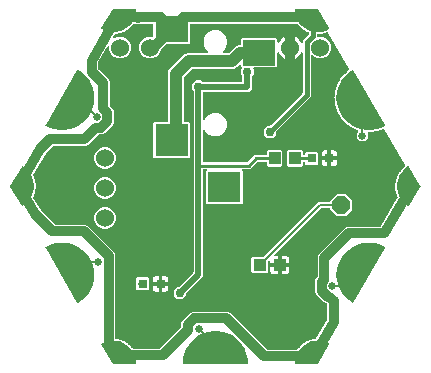
<source format=gbr>
G04 EAGLE Gerber RS-274X export*
G75*
%MOMM*%
%FSLAX34Y34*%
%LPD*%
%INTop Copper*%
%IPPOS*%
%AMOC8*
5,1,8,0,0,1.08239X$1,22.5*%
G01*
%ADD10R,0.800000X0.800000*%
%ADD11P,1.649562X8X22.500000*%
%ADD12R,1.100000X1.000000*%
%ADD13C,1.524000*%
%ADD14R,1.000000X1.100000*%
%ADD15C,1.000000*%
%ADD16R,2.800000X2.600000*%
%ADD17R,2.800000X2.200000*%
%ADD18R,2.800000X2.800000*%
%ADD19C,0.756400*%
%ADD20C,0.812800*%
%ADD21C,0.406400*%
%ADD22C,0.656400*%
%ADD23C,0.203200*%
%ADD24C,0.254000*%
%ADD25C,0.508000*%
%ADD26C,1.016000*%

G36*
X68667Y12484D02*
X68667Y12484D01*
X68780Y12500D01*
X68788Y12504D01*
X68797Y12505D01*
X68898Y12558D01*
X69000Y12610D01*
X69008Y12617D01*
X69014Y12620D01*
X69030Y12637D01*
X69125Y12722D01*
X69733Y13411D01*
X69751Y13439D01*
X69807Y13509D01*
X70137Y14032D01*
X70217Y14073D01*
X70303Y14108D01*
X70326Y14127D01*
X70354Y14141D01*
X70478Y14254D01*
X71313Y15199D01*
X71330Y15225D01*
X71351Y15246D01*
X71395Y15328D01*
X71444Y15407D01*
X71451Y15437D01*
X71466Y15463D01*
X71486Y15561D01*
X71969Y15956D01*
X71991Y15981D01*
X72058Y16041D01*
X72467Y16504D01*
X72553Y16531D01*
X72644Y16552D01*
X72670Y16568D01*
X72698Y16577D01*
X72839Y16668D01*
X73816Y17467D01*
X73836Y17490D01*
X73861Y17507D01*
X73917Y17582D01*
X73978Y17652D01*
X73990Y17680D01*
X74008Y17704D01*
X74044Y17797D01*
X74585Y18109D01*
X74610Y18130D01*
X74685Y18179D01*
X75164Y18571D01*
X75253Y18583D01*
X75346Y18589D01*
X75374Y18601D01*
X75404Y18605D01*
X75557Y18673D01*
X76649Y19305D01*
X76673Y19324D01*
X76700Y19337D01*
X76767Y19402D01*
X76839Y19461D01*
X76855Y19486D01*
X76877Y19507D01*
X76928Y19593D01*
X77511Y19815D01*
X77540Y19832D01*
X77622Y19868D01*
X78157Y20178D01*
X78247Y20176D01*
X78340Y20167D01*
X78369Y20174D01*
X78399Y20173D01*
X78562Y20215D01*
X79741Y20664D01*
X79767Y20679D01*
X79796Y20687D01*
X79873Y20740D01*
X79954Y20787D01*
X79974Y20810D01*
X79999Y20827D01*
X80062Y20904D01*
X80674Y21029D01*
X80704Y21041D01*
X80791Y21064D01*
X81369Y21284D01*
X81458Y21268D01*
X81548Y21244D01*
X81578Y21246D01*
X81608Y21240D01*
X81775Y21256D01*
X83011Y21509D01*
X83039Y21520D01*
X83069Y21524D01*
X83154Y21564D01*
X83241Y21597D01*
X83264Y21616D01*
X83291Y21630D01*
X83366Y21695D01*
X83990Y21721D01*
X84022Y21727D01*
X84112Y21736D01*
X84922Y21902D01*
X84929Y21901D01*
X84971Y21911D01*
X85014Y21912D01*
X85090Y21939D01*
X85169Y21957D01*
X85205Y21979D01*
X85246Y21994D01*
X85309Y22043D01*
X85378Y22086D01*
X85406Y22119D01*
X85439Y22145D01*
X85528Y22266D01*
X85536Y22275D01*
X85536Y22277D01*
X85539Y22280D01*
X94322Y37493D01*
X94362Y37601D01*
X94405Y37707D01*
X94406Y37717D01*
X94409Y37723D01*
X94410Y37746D01*
X94424Y37874D01*
X94424Y51224D01*
X94405Y51339D01*
X94388Y51455D01*
X94385Y51461D01*
X94384Y51467D01*
X94330Y51569D01*
X94276Y51674D01*
X94272Y51679D01*
X94269Y51684D01*
X94185Y51764D01*
X94101Y51847D01*
X94094Y51850D01*
X94091Y51854D01*
X94074Y51861D01*
X93954Y51927D01*
X92161Y52670D01*
X85393Y59438D01*
X84543Y61492D01*
X84543Y71064D01*
X85393Y73118D01*
X86263Y73988D01*
X86316Y74061D01*
X86376Y74131D01*
X86388Y74161D01*
X86407Y74187D01*
X86434Y74274D01*
X86468Y74359D01*
X86472Y74400D01*
X86479Y74422D01*
X86478Y74455D01*
X86486Y74526D01*
X86486Y91599D01*
X87337Y93653D01*
X109547Y115863D01*
X111601Y116714D01*
X139619Y116714D01*
X139685Y116725D01*
X139753Y116726D01*
X139806Y116744D01*
X139862Y116753D01*
X139921Y116785D01*
X139985Y116808D01*
X140029Y116842D01*
X140079Y116869D01*
X140125Y116918D01*
X140179Y116959D01*
X140226Y117023D01*
X140248Y117047D01*
X140257Y117066D01*
X140278Y117094D01*
X154077Y140996D01*
X154118Y141103D01*
X154160Y141208D01*
X154161Y141218D01*
X154164Y141226D01*
X154169Y141340D01*
X154175Y141454D01*
X154173Y141465D01*
X154173Y141472D01*
X154167Y141495D01*
X154140Y141618D01*
X153849Y142490D01*
X153834Y142519D01*
X153801Y142603D01*
X153514Y143150D01*
X153519Y143240D01*
X153532Y143332D01*
X153527Y143362D01*
X153528Y143392D01*
X153493Y143556D01*
X153091Y144759D01*
X153077Y144786D01*
X153070Y144815D01*
X153020Y144894D01*
X152977Y144977D01*
X152955Y144998D01*
X152939Y145023D01*
X152865Y145090D01*
X152765Y145706D01*
X152754Y145737D01*
X152736Y145825D01*
X152540Y146412D01*
X152560Y146499D01*
X152587Y146588D01*
X152586Y146618D01*
X152593Y146648D01*
X152585Y146816D01*
X152381Y148067D01*
X152372Y148096D01*
X152369Y148126D01*
X152333Y148212D01*
X152303Y148300D01*
X152285Y148325D01*
X152273Y148352D01*
X152211Y148430D01*
X152211Y149055D01*
X152205Y149087D01*
X152201Y149177D01*
X152102Y149787D01*
X152135Y149870D01*
X152177Y149954D01*
X152181Y149984D01*
X152192Y150012D01*
X152211Y150178D01*
X152211Y151447D01*
X152206Y151476D01*
X152208Y151507D01*
X152186Y151597D01*
X152171Y151689D01*
X152157Y151716D01*
X152150Y151746D01*
X152101Y151832D01*
X152201Y152448D01*
X152201Y152481D01*
X152211Y152570D01*
X152211Y153189D01*
X152257Y153265D01*
X152312Y153341D01*
X152321Y153370D01*
X152336Y153396D01*
X152381Y153558D01*
X152585Y154809D01*
X152585Y154840D01*
X152592Y154869D01*
X152584Y154962D01*
X152584Y155055D01*
X152575Y155084D01*
X152572Y155114D01*
X152538Y155208D01*
X152736Y155800D01*
X152741Y155832D01*
X152765Y155919D01*
X152864Y156529D01*
X152922Y156597D01*
X152988Y156664D01*
X153002Y156691D01*
X153021Y156714D01*
X153091Y156866D01*
X153493Y158069D01*
X153498Y158099D01*
X153510Y158127D01*
X153517Y158220D01*
X153532Y158312D01*
X153527Y158342D01*
X153530Y158372D01*
X153511Y158469D01*
X153801Y159022D01*
X153811Y159054D01*
X153849Y159135D01*
X154045Y159721D01*
X154113Y159779D01*
X154189Y159834D01*
X154206Y159859D01*
X154229Y159878D01*
X154323Y160017D01*
X154913Y161140D01*
X154922Y161169D01*
X154938Y161195D01*
X154961Y161285D01*
X154990Y161374D01*
X154990Y161404D01*
X154997Y161433D01*
X154994Y161533D01*
X155370Y162032D01*
X155385Y162061D01*
X155435Y162136D01*
X155722Y162683D01*
X155799Y162729D01*
X155882Y162771D01*
X155904Y162793D01*
X155930Y162808D01*
X156045Y162930D01*
X156807Y163944D01*
X156821Y163971D01*
X156841Y163994D01*
X156877Y164080D01*
X156921Y164162D01*
X156925Y164192D01*
X156937Y164220D01*
X156950Y164319D01*
X157400Y164751D01*
X157420Y164777D01*
X157482Y164843D01*
X157853Y165337D01*
X157936Y165371D01*
X158025Y165398D01*
X158050Y165416D01*
X158078Y165428D01*
X158211Y165530D01*
X159126Y166408D01*
X159144Y166432D01*
X159167Y166451D01*
X159217Y166530D01*
X159273Y166605D01*
X159283Y166634D01*
X159299Y166659D01*
X159327Y166755D01*
X159841Y167109D01*
X159865Y167132D01*
X159891Y167152D01*
X159894Y167154D01*
X159898Y167157D01*
X159936Y167187D01*
X160471Y167701D01*
X160502Y167742D01*
X160540Y167776D01*
X160575Y167839D01*
X160619Y167897D01*
X160635Y167946D01*
X160660Y167991D01*
X160673Y168062D01*
X160696Y168131D01*
X160695Y168182D01*
X160705Y168233D01*
X160695Y168305D01*
X160694Y168377D01*
X160678Y168426D01*
X160670Y168477D01*
X160623Y168584D01*
X160615Y168610D01*
X160609Y168617D01*
X160603Y168630D01*
X142968Y199176D01*
X142895Y199265D01*
X142825Y199355D01*
X142818Y199360D01*
X142812Y199367D01*
X142715Y199428D01*
X142620Y199490D01*
X142611Y199493D01*
X142604Y199497D01*
X142492Y199524D01*
X142382Y199553D01*
X142373Y199553D01*
X142365Y199555D01*
X142251Y199545D01*
X142137Y199537D01*
X142127Y199534D01*
X142120Y199533D01*
X142098Y199524D01*
X141978Y199482D01*
X141466Y199235D01*
X141437Y199215D01*
X141405Y199202D01*
X141337Y199145D01*
X141264Y199094D01*
X141244Y199066D01*
X141217Y199043D01*
X141172Y198978D01*
X140557Y198788D01*
X140528Y198774D01*
X140451Y198747D01*
X139874Y198469D01*
X139803Y198475D01*
X139715Y198491D01*
X139681Y198485D01*
X139647Y198488D01*
X139482Y198457D01*
X137375Y197808D01*
X137344Y197792D01*
X137310Y197785D01*
X137235Y197738D01*
X137155Y197698D01*
X137130Y197674D01*
X137101Y197656D01*
X137047Y197597D01*
X136410Y197502D01*
X136379Y197492D01*
X136300Y197476D01*
X135688Y197288D01*
X135618Y197304D01*
X135534Y197333D01*
X135499Y197333D01*
X135465Y197341D01*
X135298Y197334D01*
X133118Y197007D01*
X133085Y196996D01*
X133050Y196993D01*
X132968Y196958D01*
X132884Y196931D01*
X132856Y196911D01*
X132824Y196897D01*
X132762Y196847D01*
X132118Y196848D01*
X132086Y196842D01*
X132005Y196839D01*
X131372Y196744D01*
X131305Y196771D01*
X131226Y196811D01*
X131192Y196816D01*
X131159Y196829D01*
X130993Y196848D01*
X129918Y196848D01*
X129888Y196843D01*
X129882Y196844D01*
X129849Y196837D01*
X129845Y196836D01*
X129772Y196834D01*
X129725Y196817D01*
X129675Y196809D01*
X129645Y196793D01*
X129641Y196792D01*
X129623Y196781D01*
X129610Y196774D01*
X129541Y196749D01*
X129502Y196717D01*
X129458Y196694D01*
X129433Y196667D01*
X129430Y196666D01*
X129419Y196653D01*
X129407Y196640D01*
X129350Y196594D01*
X129323Y196552D01*
X129288Y196515D01*
X129273Y196482D01*
X129270Y196479D01*
X129262Y196458D01*
X129257Y196449D01*
X129218Y196386D01*
X129206Y196338D01*
X129185Y196292D01*
X129181Y196257D01*
X129178Y196251D01*
X129173Y196206D01*
X129159Y196148D01*
X129162Y196107D01*
X129160Y196084D01*
X129160Y196068D01*
X129158Y196048D01*
X129160Y196038D01*
X129160Y191786D01*
X126344Y188971D01*
X122362Y188971D01*
X119546Y191786D01*
X119546Y195769D01*
X120890Y197112D01*
X120937Y197178D01*
X120992Y197238D01*
X121009Y197277D01*
X121034Y197312D01*
X121057Y197390D01*
X121090Y197464D01*
X121093Y197506D01*
X121106Y197547D01*
X121104Y197628D01*
X121111Y197709D01*
X121101Y197750D01*
X121100Y197793D01*
X121072Y197869D01*
X121052Y197948D01*
X121030Y197984D01*
X121015Y198024D01*
X120964Y198087D01*
X120921Y198156D01*
X120888Y198183D01*
X120861Y198216D01*
X120793Y198260D01*
X120730Y198311D01*
X120679Y198333D01*
X120654Y198349D01*
X120627Y198356D01*
X120576Y198378D01*
X120301Y198463D01*
X120266Y198468D01*
X120234Y198480D01*
X120145Y198485D01*
X120057Y198497D01*
X120023Y198490D01*
X119988Y198492D01*
X119911Y198474D01*
X119331Y198754D01*
X119300Y198763D01*
X119225Y198795D01*
X118613Y198984D01*
X118565Y199037D01*
X118511Y199108D01*
X118483Y199128D01*
X118459Y199153D01*
X118317Y199242D01*
X116332Y200199D01*
X116299Y200209D01*
X116268Y200226D01*
X116181Y200244D01*
X116096Y200269D01*
X116061Y200267D01*
X116027Y200274D01*
X115948Y200268D01*
X115416Y200631D01*
X115386Y200645D01*
X115318Y200688D01*
X114741Y200966D01*
X114701Y201026D01*
X114659Y201104D01*
X114633Y201127D01*
X114614Y201156D01*
X114487Y201265D01*
X112666Y202508D01*
X112634Y202522D01*
X112607Y202544D01*
X112524Y202574D01*
X112443Y202611D01*
X112408Y202615D01*
X112376Y202627D01*
X112297Y202633D01*
X111825Y203071D01*
X111797Y203089D01*
X111736Y203142D01*
X111207Y203503D01*
X111177Y203568D01*
X111146Y203651D01*
X111125Y203678D01*
X111110Y203710D01*
X111000Y203837D01*
X109385Y205336D01*
X109356Y205356D01*
X109332Y205381D01*
X109254Y205423D01*
X109180Y205472D01*
X109147Y205481D01*
X109116Y205498D01*
X109039Y205515D01*
X108637Y206019D01*
X108613Y206041D01*
X108560Y206102D01*
X108091Y206538D01*
X108070Y206607D01*
X108053Y206694D01*
X108035Y206724D01*
X108025Y206757D01*
X107936Y206899D01*
X106562Y208623D01*
X106537Y208646D01*
X106517Y208675D01*
X106446Y208728D01*
X106380Y208788D01*
X106348Y208802D01*
X106320Y208822D01*
X106246Y208851D01*
X105925Y209409D01*
X105904Y209434D01*
X105861Y209503D01*
X105462Y210004D01*
X105452Y210075D01*
X105447Y210164D01*
X105435Y210196D01*
X105430Y210230D01*
X105362Y210384D01*
X104261Y212293D01*
X104239Y212320D01*
X104224Y212351D01*
X104200Y212375D01*
X104183Y212404D01*
X104141Y212440D01*
X104105Y212483D01*
X104076Y212502D01*
X104051Y212527D01*
X104014Y212548D01*
X103996Y212564D01*
X103981Y212570D01*
X103748Y213165D01*
X103731Y213194D01*
X103698Y213268D01*
X103378Y213823D01*
X103379Y213894D01*
X103388Y213983D01*
X103380Y214017D01*
X103381Y214051D01*
X103337Y214213D01*
X102532Y216265D01*
X102515Y216295D01*
X102504Y216328D01*
X102452Y216400D01*
X102407Y216477D01*
X102380Y216500D01*
X102360Y216528D01*
X102298Y216577D01*
X102155Y217204D01*
X102143Y217235D01*
X102121Y217313D01*
X101888Y217909D01*
X101899Y217980D01*
X101921Y218066D01*
X101918Y218101D01*
X101924Y218135D01*
X101905Y218302D01*
X101415Y220451D01*
X101402Y220483D01*
X101397Y220517D01*
X101378Y220553D01*
X101375Y220566D01*
X101353Y220604D01*
X101322Y220679D01*
X101300Y220705D01*
X101284Y220736D01*
X101256Y220766D01*
X101249Y220777D01*
X101230Y220794D01*
X101182Y221436D01*
X101174Y221468D01*
X101165Y221548D01*
X101023Y222173D01*
X101044Y222241D01*
X101079Y222323D01*
X101082Y222358D01*
X101092Y222391D01*
X101098Y222558D01*
X100934Y224756D01*
X100926Y224790D01*
X100926Y224825D01*
X100897Y224909D01*
X100876Y224995D01*
X100858Y225025D01*
X100847Y225058D01*
X100802Y225123D01*
X100850Y225765D01*
X100847Y225798D01*
X100850Y225879D01*
X100803Y226517D01*
X100834Y226581D01*
X100881Y226658D01*
X100889Y226691D01*
X100904Y226722D01*
X100935Y226887D01*
X101100Y229085D01*
X101097Y229120D01*
X101102Y229154D01*
X101087Y229242D01*
X101079Y229330D01*
X101065Y229362D01*
X101059Y229396D01*
X101024Y229468D01*
X101168Y230095D01*
X101170Y230128D01*
X101185Y230208D01*
X101233Y230846D01*
X101274Y230905D01*
X101331Y230973D01*
X101344Y231005D01*
X101363Y231034D01*
X101419Y231192D01*
X101910Y233341D01*
X101912Y233376D01*
X101922Y233409D01*
X101919Y233498D01*
X101925Y233587D01*
X101916Y233620D01*
X101915Y233655D01*
X101892Y233731D01*
X102127Y234330D01*
X102134Y234362D01*
X102160Y234438D01*
X102303Y235063D01*
X102352Y235115D01*
X102419Y235174D01*
X102436Y235204D01*
X102460Y235229D01*
X102538Y235377D01*
X103344Y237429D01*
X103352Y237463D01*
X103367Y237494D01*
X103377Y237582D01*
X103396Y237669D01*
X103392Y237704D01*
X103396Y237738D01*
X103385Y237817D01*
X103707Y238374D01*
X103718Y238405D01*
X103756Y238476D01*
X103990Y239072D01*
X104047Y239117D01*
X104121Y239165D01*
X104143Y239192D01*
X104170Y239213D01*
X104270Y239348D01*
X105372Y241257D01*
X105385Y241289D01*
X105404Y241318D01*
X105428Y241404D01*
X105459Y241487D01*
X105461Y241522D01*
X105470Y241555D01*
X105470Y241634D01*
X105871Y242137D01*
X105887Y242166D01*
X105935Y242232D01*
X106256Y242786D01*
X106318Y242821D01*
X106399Y242858D01*
X106425Y242881D01*
X106455Y242898D01*
X106573Y243017D01*
X107948Y244740D01*
X107965Y244770D01*
X107989Y244796D01*
X108025Y244877D01*
X108068Y244955D01*
X108075Y244989D01*
X108089Y245020D01*
X108101Y245099D01*
X108573Y245536D01*
X108593Y245562D01*
X108650Y245620D01*
X109050Y246120D01*
X109116Y246146D01*
X109202Y246170D01*
X109231Y246190D01*
X109263Y246202D01*
X109398Y246302D01*
X111014Y247800D01*
X111036Y247828D01*
X111063Y247849D01*
X111111Y247924D01*
X111165Y247995D01*
X111177Y248027D01*
X111195Y248057D01*
X111219Y248132D01*
X111751Y248495D01*
X111775Y248518D01*
X111840Y248566D01*
X112309Y249001D01*
X112379Y249016D01*
X112467Y249027D01*
X112499Y249043D01*
X112533Y249050D01*
X112681Y249128D01*
X113136Y249439D01*
X113219Y249518D01*
X113304Y249595D01*
X113308Y249602D01*
X113314Y249608D01*
X113368Y249709D01*
X113423Y249809D01*
X113425Y249818D01*
X113429Y249826D01*
X113448Y249939D01*
X113468Y250051D01*
X113467Y250060D01*
X113469Y250068D01*
X113450Y250182D01*
X113434Y250295D01*
X113430Y250304D01*
X113429Y250311D01*
X113418Y250331D01*
X113367Y250448D01*
X95735Y280988D01*
X95703Y281027D01*
X95679Y281072D01*
X95626Y281122D01*
X95580Y281178D01*
X95536Y281205D01*
X95499Y281240D01*
X95433Y281270D01*
X95371Y281309D01*
X95322Y281321D01*
X95275Y281342D01*
X95203Y281349D01*
X95132Y281366D01*
X95081Y281362D01*
X95031Y281367D01*
X94914Y281347D01*
X94887Y281344D01*
X94879Y281341D01*
X94865Y281338D01*
X94111Y281121D01*
X94082Y281107D01*
X93997Y281078D01*
X93438Y280813D01*
X93349Y280822D01*
X93257Y280839D01*
X93227Y280835D01*
X93196Y280838D01*
X93031Y280810D01*
X91819Y280460D01*
X91792Y280447D01*
X91762Y280441D01*
X91681Y280394D01*
X91597Y280354D01*
X91575Y280333D01*
X91549Y280318D01*
X91479Y280247D01*
X90859Y280173D01*
X90827Y280164D01*
X90739Y280148D01*
X90145Y279977D01*
X90058Y280000D01*
X89970Y280032D01*
X89940Y280032D01*
X89911Y280040D01*
X89743Y280039D01*
X88490Y279888D01*
X88461Y279880D01*
X88431Y279879D01*
X88343Y279846D01*
X88254Y279820D01*
X88229Y279802D01*
X88201Y279792D01*
X88121Y279733D01*
X87497Y279759D01*
X87464Y279755D01*
X87374Y279754D01*
X86827Y279688D01*
X86733Y279661D01*
X86638Y279640D01*
X86616Y279627D01*
X86591Y279620D01*
X86511Y279564D01*
X86427Y279514D01*
X86410Y279494D01*
X86389Y279480D01*
X86331Y279402D01*
X86267Y279327D01*
X86257Y279303D01*
X86242Y279282D01*
X86212Y279190D01*
X86175Y279099D01*
X86172Y279067D01*
X86166Y279048D01*
X86166Y279016D01*
X86157Y278932D01*
X86157Y278195D01*
X86160Y278176D01*
X86158Y278156D01*
X86180Y278054D01*
X86196Y277952D01*
X86206Y277935D01*
X86210Y277915D01*
X86263Y277826D01*
X86312Y277735D01*
X86326Y277721D01*
X86336Y277704D01*
X86415Y277637D01*
X86490Y277566D01*
X86508Y277557D01*
X86523Y277544D01*
X86619Y277506D01*
X86713Y277462D01*
X86733Y277460D01*
X86751Y277452D01*
X86918Y277434D01*
X90351Y277434D01*
X93712Y276042D01*
X96284Y273469D01*
X97676Y270108D01*
X97676Y266470D01*
X96284Y263109D01*
X93712Y260537D01*
X90351Y259144D01*
X86713Y259144D01*
X83351Y260537D01*
X82212Y261676D01*
X82154Y261718D01*
X82102Y261768D01*
X82054Y261790D01*
X82012Y261820D01*
X81944Y261841D01*
X81879Y261871D01*
X81827Y261877D01*
X81777Y261892D01*
X81705Y261890D01*
X81634Y261898D01*
X81583Y261887D01*
X81531Y261886D01*
X81464Y261861D01*
X81394Y261846D01*
X81349Y261819D01*
X81300Y261801D01*
X81244Y261757D01*
X81183Y261720D01*
X81149Y261680D01*
X81108Y261648D01*
X81069Y261587D01*
X81023Y261533D01*
X81003Y261485D01*
X80975Y261441D01*
X80958Y261371D01*
X80931Y261305D01*
X80923Y261234D01*
X80915Y261202D01*
X80917Y261179D01*
X80912Y261138D01*
X80912Y226582D01*
X51680Y197350D01*
X51627Y197276D01*
X51567Y197206D01*
X51555Y197176D01*
X51536Y197150D01*
X51509Y197063D01*
X51475Y196978D01*
X51471Y196937D01*
X51464Y196915D01*
X51465Y196883D01*
X51457Y196811D01*
X51457Y194652D01*
X48348Y191543D01*
X43952Y191543D01*
X40843Y194652D01*
X40843Y199048D01*
X43952Y202157D01*
X46111Y202157D01*
X46202Y202171D01*
X46292Y202179D01*
X46322Y202191D01*
X46354Y202196D01*
X46435Y202239D01*
X46519Y202275D01*
X46551Y202301D01*
X46572Y202312D01*
X46594Y202335D01*
X46650Y202380D01*
X73576Y229306D01*
X73629Y229380D01*
X73688Y229449D01*
X73701Y229479D01*
X73719Y229506D01*
X73746Y229593D01*
X73780Y229677D01*
X73785Y229718D01*
X73792Y229741D01*
X73791Y229773D01*
X73799Y229844D01*
X73799Y263673D01*
X73788Y263740D01*
X73787Y263808D01*
X73768Y263861D01*
X73759Y263916D01*
X73727Y263976D01*
X73705Y264040D01*
X73670Y264084D01*
X73644Y264133D01*
X73595Y264180D01*
X73553Y264233D01*
X73506Y264264D01*
X73466Y264303D01*
X73404Y264331D01*
X73348Y264368D01*
X73293Y264383D01*
X73243Y264406D01*
X73175Y264414D01*
X73110Y264431D01*
X73054Y264427D01*
X72998Y264433D01*
X72932Y264419D01*
X72864Y264414D01*
X72813Y264393D01*
X72758Y264381D01*
X72699Y264346D01*
X72637Y264320D01*
X72595Y264284D01*
X72547Y264255D01*
X72503Y264203D01*
X72451Y264159D01*
X72408Y264093D01*
X72387Y264068D01*
X72379Y264048D01*
X72359Y264019D01*
X71822Y262964D01*
X70882Y261670D01*
X69751Y260539D01*
X68457Y259599D01*
X67032Y258873D01*
X65511Y258379D01*
X64655Y258243D01*
X64655Y267527D01*
X64652Y267547D01*
X64654Y267567D01*
X64632Y267668D01*
X64615Y267770D01*
X64606Y267787D01*
X64602Y267807D01*
X64548Y267896D01*
X64500Y267987D01*
X64486Y268001D01*
X64475Y268018D01*
X64397Y268085D01*
X64322Y268157D01*
X64304Y268165D01*
X64288Y268178D01*
X64192Y268217D01*
X64099Y268260D01*
X64079Y268262D01*
X64060Y268270D01*
X63894Y268288D01*
X62370Y268288D01*
X62350Y268285D01*
X62330Y268287D01*
X62229Y268265D01*
X62127Y268249D01*
X62109Y268239D01*
X62090Y268235D01*
X62001Y268182D01*
X61909Y268134D01*
X61896Y268119D01*
X61879Y268109D01*
X61811Y268030D01*
X61740Y267955D01*
X61732Y267937D01*
X61719Y267922D01*
X61680Y267826D01*
X61636Y267732D01*
X61634Y267712D01*
X61627Y267694D01*
X61608Y267527D01*
X61608Y258243D01*
X60752Y258379D01*
X59231Y258873D01*
X57806Y259599D01*
X56512Y260539D01*
X55381Y261670D01*
X54441Y262964D01*
X53964Y263900D01*
X53924Y263955D01*
X53892Y264015D01*
X53852Y264053D01*
X53819Y264098D01*
X53763Y264137D01*
X53714Y264184D01*
X53663Y264208D01*
X53617Y264240D01*
X53553Y264259D01*
X53491Y264288D01*
X53435Y264294D01*
X53382Y264310D01*
X53314Y264307D01*
X53247Y264315D01*
X53192Y264303D01*
X53136Y264301D01*
X53072Y264277D01*
X53006Y264263D01*
X52958Y264234D01*
X52906Y264214D01*
X52853Y264171D01*
X52795Y264136D01*
X52759Y264094D01*
X52715Y264058D01*
X52679Y264001D01*
X52635Y263949D01*
X52614Y263898D01*
X52584Y263850D01*
X52569Y263784D01*
X52543Y263721D01*
X52535Y263643D01*
X52527Y263611D01*
X52529Y263590D01*
X52525Y263555D01*
X52525Y252418D01*
X51632Y251525D01*
X32549Y251525D01*
X32478Y251514D01*
X32406Y251512D01*
X32357Y251494D01*
X32306Y251486D01*
X32243Y251452D01*
X32175Y251427D01*
X32135Y251395D01*
X32089Y251370D01*
X32039Y251318D01*
X31983Y251274D01*
X31955Y251230D01*
X31919Y251192D01*
X31889Y251127D01*
X31850Y251067D01*
X31838Y251016D01*
X31816Y250969D01*
X31808Y250898D01*
X31790Y250828D01*
X31794Y250776D01*
X31789Y250725D01*
X31804Y250654D01*
X31809Y250583D01*
X31830Y250535D01*
X31841Y250484D01*
X31878Y250423D01*
X31906Y250357D01*
X31951Y250301D01*
X31967Y250273D01*
X31985Y250258D01*
X31995Y250246D01*
X31995Y250245D01*
X32011Y250226D01*
X32294Y249942D01*
X32294Y245546D01*
X31275Y244527D01*
X31222Y244453D01*
X31163Y244383D01*
X31150Y244353D01*
X31132Y244327D01*
X31105Y244240D01*
X31071Y244155D01*
X31066Y244114D01*
X31059Y244092D01*
X31060Y244060D01*
X31052Y243989D01*
X31052Y233460D01*
X28671Y231079D01*
X-9656Y231079D01*
X-9675Y231076D01*
X-9695Y231078D01*
X-9796Y231056D01*
X-9898Y231040D01*
X-9916Y231030D01*
X-9935Y231026D01*
X-10024Y230973D01*
X-10116Y230924D01*
X-10129Y230910D01*
X-10146Y230900D01*
X-10214Y230821D01*
X-10285Y230746D01*
X-10293Y230728D01*
X-10306Y230713D01*
X-10345Y230617D01*
X-10389Y230523D01*
X-10391Y230503D01*
X-10398Y230485D01*
X-10417Y230318D01*
X-10417Y207862D01*
X-10401Y207766D01*
X-10392Y207669D01*
X-10381Y207645D01*
X-10377Y207619D01*
X-10332Y207533D01*
X-10292Y207444D01*
X-10274Y207425D01*
X-10262Y207402D01*
X-10191Y207335D01*
X-10125Y207263D01*
X-10103Y207250D01*
X-10084Y207232D01*
X-9995Y207191D01*
X-9910Y207144D01*
X-9884Y207140D01*
X-9861Y207129D01*
X-9764Y207118D01*
X-9668Y207101D01*
X-9642Y207105D01*
X-9616Y207102D01*
X-9521Y207122D01*
X-9425Y207137D01*
X-9401Y207148D01*
X-9376Y207154D01*
X-9292Y207204D01*
X-9205Y207248D01*
X-9187Y207267D01*
X-9165Y207280D01*
X-9101Y207354D01*
X-9033Y207424D01*
X-9017Y207452D01*
X-9005Y207467D01*
X-8992Y207498D01*
X-8952Y207571D01*
X-8478Y208715D01*
X-5665Y211528D01*
X-1989Y213051D01*
X1989Y213051D01*
X5665Y211528D01*
X8478Y208715D01*
X10001Y205039D01*
X10001Y201061D01*
X8478Y197385D01*
X5665Y194572D01*
X1989Y193049D01*
X-1989Y193049D01*
X-5665Y194572D01*
X-8478Y197385D01*
X-8952Y198529D01*
X-9004Y198612D01*
X-9049Y198698D01*
X-9068Y198716D01*
X-9082Y198738D01*
X-9157Y198801D01*
X-9227Y198868D01*
X-9251Y198879D01*
X-9271Y198895D01*
X-9362Y198930D01*
X-9451Y198971D01*
X-9477Y198974D01*
X-9501Y198983D01*
X-9598Y198988D01*
X-9695Y198998D01*
X-9720Y198993D01*
X-9747Y198994D01*
X-9840Y198967D01*
X-9935Y198946D01*
X-9958Y198933D01*
X-9983Y198925D01*
X-10063Y198870D01*
X-10146Y198820D01*
X-10163Y198800D01*
X-10185Y198785D01*
X-10243Y198707D01*
X-10306Y198633D01*
X-10316Y198609D01*
X-10332Y198588D01*
X-10362Y198495D01*
X-10398Y198405D01*
X-10402Y198372D01*
X-10408Y198354D01*
X-10408Y198321D01*
X-10417Y198238D01*
X-10417Y171831D01*
X-10414Y171811D01*
X-10416Y171792D01*
X-10394Y171690D01*
X-10377Y171588D01*
X-10368Y171571D01*
X-10363Y171551D01*
X-10310Y171462D01*
X-10262Y171371D01*
X-10248Y171357D01*
X-10237Y171340D01*
X-10159Y171273D01*
X-10084Y171201D01*
X-10066Y171193D01*
X-10050Y171180D01*
X-9954Y171141D01*
X-9861Y171098D01*
X-9841Y171096D01*
X-9822Y171088D01*
X-9656Y171070D01*
X26540Y171070D01*
X26630Y171084D01*
X26721Y171092D01*
X26750Y171104D01*
X26782Y171109D01*
X26863Y171152D01*
X26947Y171188D01*
X26979Y171214D01*
X27000Y171225D01*
X27022Y171248D01*
X27078Y171293D01*
X33205Y177420D01*
X42952Y177420D01*
X42971Y177423D01*
X42991Y177421D01*
X43092Y177443D01*
X43194Y177459D01*
X43212Y177469D01*
X43231Y177473D01*
X43320Y177526D01*
X43412Y177575D01*
X43425Y177589D01*
X43442Y177599D01*
X43510Y177678D01*
X43581Y177753D01*
X43589Y177771D01*
X43602Y177786D01*
X43641Y177882D01*
X43685Y177976D01*
X43687Y177996D01*
X43694Y178014D01*
X43713Y178181D01*
X43713Y180757D01*
X44606Y181650D01*
X55869Y181650D01*
X56762Y180757D01*
X56762Y168493D01*
X55869Y167600D01*
X44606Y167600D01*
X43713Y168493D01*
X43713Y171069D01*
X43710Y171089D01*
X43712Y171108D01*
X43690Y171210D01*
X43673Y171312D01*
X43664Y171329D01*
X43659Y171349D01*
X43606Y171438D01*
X43558Y171529D01*
X43544Y171543D01*
X43533Y171560D01*
X43455Y171627D01*
X43380Y171699D01*
X43362Y171707D01*
X43346Y171720D01*
X43250Y171759D01*
X43157Y171802D01*
X43137Y171804D01*
X43118Y171812D01*
X42952Y171830D01*
X35835Y171830D01*
X35745Y171816D01*
X35654Y171808D01*
X35625Y171796D01*
X35593Y171791D01*
X35512Y171748D01*
X35428Y171712D01*
X35396Y171686D01*
X35375Y171675D01*
X35353Y171652D01*
X35297Y171607D01*
X29170Y165480D01*
X23064Y165480D01*
X22993Y165469D01*
X22921Y165467D01*
X22872Y165449D01*
X22821Y165441D01*
X22758Y165407D01*
X22690Y165382D01*
X22650Y165350D01*
X22604Y165325D01*
X22554Y165273D01*
X22498Y165229D01*
X22470Y165185D01*
X22434Y165147D01*
X22404Y165082D01*
X22365Y165022D01*
X22353Y164971D01*
X22331Y164924D01*
X22323Y164853D01*
X22305Y164783D01*
X22309Y164731D01*
X22304Y164680D01*
X22319Y164609D01*
X22324Y164538D01*
X22345Y164490D01*
X22356Y164439D01*
X22393Y164378D01*
X22421Y164312D01*
X22466Y164256D01*
X22482Y164228D01*
X22485Y164225D01*
X22486Y164224D01*
X22501Y164211D01*
X22526Y164181D01*
X23025Y163682D01*
X23025Y136418D01*
X22132Y135525D01*
X-7132Y135525D01*
X-8025Y136418D01*
X-8025Y163682D01*
X-7526Y164181D01*
X-7484Y164239D01*
X-7434Y164291D01*
X-7412Y164338D01*
X-7382Y164380D01*
X-7361Y164449D01*
X-7331Y164514D01*
X-7325Y164566D01*
X-7310Y164616D01*
X-7312Y164687D01*
X-7304Y164758D01*
X-7315Y164809D01*
X-7316Y164861D01*
X-7341Y164929D01*
X-7356Y164999D01*
X-7383Y165044D01*
X-7400Y165092D01*
X-7445Y165148D01*
X-7482Y165210D01*
X-7522Y165244D01*
X-7554Y165284D01*
X-7614Y165323D01*
X-7669Y165370D01*
X-7717Y165389D01*
X-7761Y165417D01*
X-7831Y165435D01*
X-7897Y165462D01*
X-7968Y165470D01*
X-8000Y165478D01*
X-8023Y165476D01*
X-8064Y165480D01*
X-9656Y165480D01*
X-9675Y165477D01*
X-9695Y165479D01*
X-9796Y165457D01*
X-9898Y165441D01*
X-9916Y165431D01*
X-9935Y165427D01*
X-10024Y165374D01*
X-10116Y165325D01*
X-10129Y165311D01*
X-10146Y165301D01*
X-10214Y165222D01*
X-10285Y165147D01*
X-10293Y165129D01*
X-10306Y165114D01*
X-10345Y165018D01*
X-10389Y164924D01*
X-10391Y164904D01*
X-10398Y164886D01*
X-10417Y164719D01*
X-10417Y74439D01*
X-24591Y60265D01*
X-24644Y60191D01*
X-24703Y60122D01*
X-24716Y60092D01*
X-24734Y60065D01*
X-24761Y59979D01*
X-24795Y59894D01*
X-24800Y59853D01*
X-24807Y59830D01*
X-24806Y59798D01*
X-24814Y59727D01*
X-24814Y58286D01*
X-27922Y55177D01*
X-32319Y55177D01*
X-35427Y58286D01*
X-35427Y62682D01*
X-32319Y65791D01*
X-30877Y65791D01*
X-30787Y65805D01*
X-30696Y65813D01*
X-30667Y65825D01*
X-30635Y65830D01*
X-30554Y65873D01*
X-30470Y65909D01*
X-30438Y65935D01*
X-30417Y65945D01*
X-30395Y65969D01*
X-30339Y66014D01*
X-18769Y77584D01*
X-18716Y77658D01*
X-18657Y77727D01*
X-18644Y77757D01*
X-18626Y77783D01*
X-18599Y77870D01*
X-18565Y77955D01*
X-18560Y77996D01*
X-18553Y78018D01*
X-18554Y78051D01*
X-18546Y78122D01*
X-18546Y231389D01*
X-18561Y231479D01*
X-18568Y231570D01*
X-18581Y231599D01*
X-18586Y231631D01*
X-18629Y231712D01*
X-18664Y231796D01*
X-18690Y231828D01*
X-18701Y231849D01*
X-18724Y231871D01*
X-18769Y231927D01*
X-19958Y233116D01*
X-19958Y237512D01*
X-16850Y240621D01*
X-12454Y240621D01*
X-11264Y239432D01*
X-11190Y239379D01*
X-11121Y239319D01*
X-11091Y239307D01*
X-11065Y239288D01*
X-10978Y239261D01*
X-10893Y239227D01*
X-10852Y239223D01*
X-10830Y239216D01*
X-10797Y239217D01*
X-10726Y239209D01*
X22162Y239209D01*
X22181Y239212D01*
X22201Y239210D01*
X22302Y239232D01*
X22404Y239248D01*
X22422Y239258D01*
X22441Y239262D01*
X22530Y239315D01*
X22622Y239364D01*
X22635Y239378D01*
X22652Y239388D01*
X22720Y239467D01*
X22791Y239542D01*
X22799Y239560D01*
X22812Y239575D01*
X22851Y239671D01*
X22895Y239765D01*
X22897Y239785D01*
X22904Y239803D01*
X22923Y239970D01*
X22923Y243989D01*
X22908Y244079D01*
X22901Y244170D01*
X22888Y244199D01*
X22883Y244231D01*
X22840Y244312D01*
X22805Y244396D01*
X22779Y244428D01*
X22768Y244449D01*
X22745Y244471D01*
X22700Y244527D01*
X21681Y245546D01*
X21681Y249942D01*
X22278Y250539D01*
X22290Y250555D01*
X22305Y250568D01*
X22361Y250655D01*
X22421Y250739D01*
X22427Y250758D01*
X22438Y250775D01*
X22463Y250875D01*
X22494Y250974D01*
X22493Y250994D01*
X22498Y251013D01*
X22490Y251116D01*
X22487Y251220D01*
X22481Y251239D01*
X22479Y251259D01*
X22439Y251353D01*
X22403Y251451D01*
X22390Y251467D01*
X22383Y251485D01*
X22278Y251616D01*
X21475Y252418D01*
X21475Y253184D01*
X21464Y253255D01*
X21462Y253327D01*
X21444Y253376D01*
X21436Y253427D01*
X21402Y253491D01*
X21377Y253558D01*
X21345Y253599D01*
X21320Y253645D01*
X21268Y253694D01*
X21224Y253750D01*
X21180Y253778D01*
X21142Y253814D01*
X21077Y253844D01*
X21017Y253883D01*
X20966Y253896D01*
X20919Y253918D01*
X20848Y253925D01*
X20778Y253943D01*
X20726Y253939D01*
X20675Y253945D01*
X20604Y253929D01*
X20533Y253924D01*
X20485Y253904D01*
X20434Y253892D01*
X20373Y253856D01*
X20307Y253828D01*
X20251Y253783D01*
X20223Y253766D01*
X20208Y253748D01*
X20176Y253723D01*
X18029Y251576D01*
X15601Y250570D01*
X-19174Y250570D01*
X-19264Y250556D01*
X-19355Y250548D01*
X-19385Y250536D01*
X-19417Y250531D01*
X-19497Y250488D01*
X-19581Y250452D01*
X-19613Y250426D01*
X-19634Y250415D01*
X-19656Y250392D01*
X-19712Y250347D01*
X-26510Y243550D01*
X-26563Y243476D01*
X-26622Y243406D01*
X-26635Y243376D01*
X-26653Y243350D01*
X-26680Y243263D01*
X-26714Y243178D01*
X-26719Y243137D01*
X-26726Y243115D01*
X-26725Y243083D01*
X-26733Y243011D01*
X-26733Y206336D01*
X-26730Y206316D01*
X-26732Y206297D01*
X-26710Y206195D01*
X-26693Y206093D01*
X-26684Y206076D01*
X-26679Y206056D01*
X-26626Y205967D01*
X-26578Y205876D01*
X-26564Y205862D01*
X-26553Y205845D01*
X-26475Y205778D01*
X-26400Y205706D01*
X-26382Y205698D01*
X-26366Y205685D01*
X-26270Y205646D01*
X-26177Y205603D01*
X-26157Y205601D01*
X-26138Y205593D01*
X-25972Y205575D01*
X-22368Y205575D01*
X-21475Y204682D01*
X-21475Y175418D01*
X-22368Y174525D01*
X-51632Y174525D01*
X-52525Y175418D01*
X-52525Y204682D01*
X-51632Y205575D01*
X-40703Y205575D01*
X-40684Y205578D01*
X-40664Y205576D01*
X-40563Y205598D01*
X-40461Y205614D01*
X-40443Y205624D01*
X-40424Y205628D01*
X-40335Y205681D01*
X-40243Y205730D01*
X-40230Y205744D01*
X-40213Y205754D01*
X-40145Y205833D01*
X-40074Y205908D01*
X-40066Y205926D01*
X-40053Y205941D01*
X-40014Y206037D01*
X-39970Y206131D01*
X-39968Y206151D01*
X-39961Y206169D01*
X-39942Y206336D01*
X-39942Y247376D01*
X-38937Y249804D01*
X-25966Y262774D01*
X-23539Y263780D01*
X-6711Y263780D01*
X-6640Y263791D01*
X-6568Y263793D01*
X-6519Y263811D01*
X-6468Y263819D01*
X-6405Y263853D01*
X-6337Y263878D01*
X-6297Y263910D01*
X-6251Y263935D01*
X-6201Y263987D01*
X-6145Y264031D01*
X-6117Y264075D01*
X-6081Y264113D01*
X-6051Y264178D01*
X-6012Y264238D01*
X-6000Y264289D01*
X-5978Y264336D01*
X-5970Y264407D01*
X-5952Y264477D01*
X-5956Y264529D01*
X-5950Y264580D01*
X-5966Y264651D01*
X-5971Y264722D01*
X-5992Y264770D01*
X-6003Y264821D01*
X-6040Y264882D01*
X-6068Y264948D01*
X-6112Y265004D01*
X-6129Y265032D01*
X-6147Y265047D01*
X-6172Y265079D01*
X-8478Y267385D01*
X-10001Y271061D01*
X-10001Y275039D01*
X-8478Y278715D01*
X-5665Y281528D01*
X-1989Y283051D01*
X1989Y283051D01*
X5665Y281528D01*
X8478Y278715D01*
X10001Y275039D01*
X10001Y271061D01*
X8478Y267385D01*
X6172Y265079D01*
X6131Y265021D01*
X6081Y264969D01*
X6059Y264922D01*
X6029Y264880D01*
X6008Y264811D01*
X5978Y264746D01*
X5972Y264694D01*
X5957Y264644D01*
X5958Y264573D01*
X5950Y264502D01*
X5962Y264451D01*
X5963Y264399D01*
X5988Y264331D01*
X6003Y264261D01*
X6029Y264216D01*
X6047Y264168D01*
X6092Y264112D01*
X6129Y264050D01*
X6168Y264016D01*
X6201Y263976D01*
X6261Y263937D01*
X6316Y263890D01*
X6364Y263871D01*
X6408Y263843D01*
X6477Y263825D01*
X6544Y263798D01*
X6615Y263790D01*
X6646Y263782D01*
X6670Y263784D01*
X6711Y263780D01*
X11236Y263780D01*
X11326Y263794D01*
X11417Y263802D01*
X11447Y263814D01*
X11479Y263819D01*
X11560Y263862D01*
X11644Y263898D01*
X11676Y263924D01*
X11697Y263935D01*
X11719Y263958D01*
X11775Y264003D01*
X17421Y269649D01*
X19849Y270655D01*
X20714Y270655D01*
X20734Y270658D01*
X20753Y270656D01*
X20855Y270678D01*
X20957Y270694D01*
X20974Y270704D01*
X20994Y270708D01*
X21083Y270761D01*
X21174Y270810D01*
X21188Y270824D01*
X21205Y270834D01*
X21272Y270913D01*
X21344Y270988D01*
X21352Y271006D01*
X21365Y271021D01*
X21404Y271117D01*
X21447Y271211D01*
X21449Y271231D01*
X21457Y271249D01*
X21475Y271416D01*
X21475Y275682D01*
X22368Y276575D01*
X51632Y276575D01*
X52525Y275682D01*
X52525Y273024D01*
X52536Y272957D01*
X52537Y272889D01*
X52555Y272836D01*
X52564Y272781D01*
X52596Y272721D01*
X52619Y272657D01*
X52653Y272613D01*
X52680Y272564D01*
X52729Y272517D01*
X52771Y272464D01*
X52817Y272433D01*
X52858Y272394D01*
X52919Y272366D01*
X52976Y272329D01*
X53030Y272314D01*
X53081Y272291D01*
X53148Y272283D01*
X53214Y272266D01*
X53270Y272270D01*
X53325Y272264D01*
X53392Y272278D01*
X53459Y272283D01*
X53511Y272304D01*
X53566Y272316D01*
X53624Y272351D01*
X53687Y272377D01*
X53729Y272413D01*
X53777Y272442D01*
X53821Y272494D01*
X53872Y272538D01*
X53915Y272604D01*
X53937Y272629D01*
X53945Y272648D01*
X53964Y272678D01*
X54441Y273615D01*
X55381Y274909D01*
X56512Y276039D01*
X57806Y276979D01*
X59231Y277706D01*
X60752Y278200D01*
X61608Y278335D01*
X61608Y269051D01*
X61612Y269032D01*
X61609Y269012D01*
X61631Y268911D01*
X61648Y268809D01*
X61657Y268791D01*
X61662Y268772D01*
X61715Y268683D01*
X61763Y268591D01*
X61778Y268578D01*
X61788Y268560D01*
X61867Y268493D01*
X61942Y268422D01*
X61960Y268413D01*
X61975Y268401D01*
X62071Y268362D01*
X62165Y268318D01*
X62184Y268316D01*
X62203Y268309D01*
X62370Y268290D01*
X63894Y268290D01*
X63913Y268293D01*
X63933Y268291D01*
X64034Y268313D01*
X64136Y268330D01*
X64154Y268339D01*
X64173Y268343D01*
X64262Y268397D01*
X64354Y268445D01*
X64367Y268459D01*
X64384Y268470D01*
X64452Y268548D01*
X64523Y268623D01*
X64531Y268641D01*
X64544Y268656D01*
X64583Y268753D01*
X64627Y268846D01*
X64629Y268866D01*
X64636Y268885D01*
X64655Y269051D01*
X64655Y278335D01*
X65511Y278200D01*
X67032Y277706D01*
X68457Y276979D01*
X69751Y276039D01*
X70882Y274909D01*
X71822Y273615D01*
X72359Y272560D01*
X72399Y272505D01*
X72431Y272445D01*
X72472Y272407D01*
X72505Y272362D01*
X72560Y272322D01*
X72610Y272276D01*
X72660Y272252D01*
X72706Y272220D01*
X72771Y272201D01*
X72833Y272172D01*
X72888Y272166D01*
X72942Y272150D01*
X73010Y272153D01*
X73077Y272145D01*
X73132Y272157D01*
X73188Y272159D01*
X73251Y272183D01*
X73317Y272197D01*
X73366Y272226D01*
X73418Y272246D01*
X73470Y272289D01*
X73529Y272324D01*
X73565Y272366D01*
X73608Y272402D01*
X73644Y272459D01*
X73688Y272510D01*
X73709Y272562D01*
X73739Y272610D01*
X73755Y272676D01*
X73780Y272739D01*
X73789Y272817D01*
X73797Y272849D01*
X73795Y272870D01*
X73799Y272905D01*
X73799Y274392D01*
X78820Y279413D01*
X78873Y279487D01*
X78933Y279557D01*
X78945Y279587D01*
X78964Y279613D01*
X78991Y279700D01*
X79025Y279785D01*
X79029Y279826D01*
X79036Y279848D01*
X79035Y279880D01*
X79043Y279952D01*
X79043Y280696D01*
X79024Y280812D01*
X79006Y280930D01*
X79004Y280934D01*
X79004Y280939D01*
X78949Y281043D01*
X78894Y281149D01*
X78891Y281152D01*
X78888Y281156D01*
X78802Y281238D01*
X78718Y281320D01*
X78713Y281322D01*
X78710Y281326D01*
X78602Y281376D01*
X78496Y281427D01*
X78491Y281427D01*
X78487Y281429D01*
X78370Y281442D01*
X78252Y281457D01*
X78246Y281456D01*
X78243Y281456D01*
X78228Y281453D01*
X78164Y281443D01*
X77622Y281757D01*
X77591Y281769D01*
X77511Y281810D01*
X76933Y282030D01*
X76878Y282100D01*
X76827Y282178D01*
X76803Y282197D01*
X76784Y282221D01*
X76649Y282320D01*
X75557Y282952D01*
X75529Y282963D01*
X75504Y282981D01*
X75415Y283007D01*
X75327Y283040D01*
X75297Y283041D01*
X75268Y283049D01*
X75169Y283050D01*
X74685Y283446D01*
X74657Y283462D01*
X74585Y283516D01*
X74049Y283825D01*
X74006Y283904D01*
X73968Y283989D01*
X73948Y284011D01*
X73933Y284038D01*
X73816Y284158D01*
X72839Y284957D01*
X72813Y284972D01*
X72791Y284993D01*
X72707Y285033D01*
X72626Y285080D01*
X72596Y285086D01*
X72569Y285099D01*
X72471Y285116D01*
X72058Y285584D01*
X72032Y285604D01*
X71969Y285669D01*
X71491Y286060D01*
X71461Y286145D01*
X71437Y286235D01*
X71420Y286260D01*
X71410Y286289D01*
X71313Y286426D01*
X70478Y287371D01*
X70454Y287391D01*
X70436Y287415D01*
X70360Y287468D01*
X70287Y287527D01*
X70259Y287538D01*
X70234Y287555D01*
X70140Y287587D01*
X69900Y287969D01*
X69865Y288008D01*
X69838Y288053D01*
X69784Y288100D01*
X69737Y288153D01*
X69691Y288179D01*
X69651Y288213D01*
X69585Y288240D01*
X69523Y288275D01*
X69471Y288286D01*
X69422Y288305D01*
X69310Y288318D01*
X69282Y288323D01*
X69272Y288322D01*
X69256Y288324D01*
X-20714Y288324D01*
X-20734Y288321D01*
X-20753Y288323D01*
X-20855Y288301D01*
X-20957Y288284D01*
X-20974Y288275D01*
X-20994Y288270D01*
X-21083Y288217D01*
X-21174Y288169D01*
X-21188Y288155D01*
X-21205Y288144D01*
X-21272Y288066D01*
X-21344Y287991D01*
X-21352Y287973D01*
X-21365Y287957D01*
X-21404Y287861D01*
X-21447Y287768D01*
X-21449Y287748D01*
X-21457Y287729D01*
X-21475Y287563D01*
X-21475Y272418D01*
X-22368Y271525D01*
X-41306Y271525D01*
X-41396Y271511D01*
X-41487Y271503D01*
X-41517Y271491D01*
X-41549Y271486D01*
X-41629Y271443D01*
X-41713Y271407D01*
X-41745Y271381D01*
X-41766Y271370D01*
X-41788Y271347D01*
X-41844Y271302D01*
X-46195Y266952D01*
X-46248Y266878D01*
X-46307Y266808D01*
X-46319Y266778D01*
X-46338Y266752D01*
X-46365Y266665D01*
X-46399Y266580D01*
X-46404Y266539D01*
X-46411Y266517D01*
X-46410Y266487D01*
X-47810Y263107D01*
X-50382Y260535D01*
X-53744Y259143D01*
X-57381Y259143D01*
X-60743Y260535D01*
X-63315Y263107D01*
X-64707Y266469D01*
X-64707Y270106D01*
X-63315Y273468D01*
X-60743Y276040D01*
X-57381Y277432D01*
X-53744Y277432D01*
X-53577Y277363D01*
X-53533Y277353D01*
X-53491Y277334D01*
X-53414Y277325D01*
X-53338Y277307D01*
X-53292Y277312D01*
X-53247Y277306D01*
X-53170Y277323D01*
X-53093Y277330D01*
X-53051Y277349D01*
X-53006Y277359D01*
X-52939Y277399D01*
X-52868Y277430D01*
X-52834Y277461D01*
X-52795Y277485D01*
X-52744Y277544D01*
X-52687Y277597D01*
X-52665Y277637D01*
X-52635Y277672D01*
X-52606Y277744D01*
X-52569Y277812D01*
X-52560Y277857D01*
X-52543Y277900D01*
X-52528Y278036D01*
X-52525Y278054D01*
X-52526Y278059D01*
X-52525Y278067D01*
X-52525Y287563D01*
X-52528Y287582D01*
X-52526Y287602D01*
X-52548Y287703D01*
X-52564Y287805D01*
X-52574Y287823D01*
X-52578Y287842D01*
X-52631Y287931D01*
X-52680Y288023D01*
X-52694Y288036D01*
X-52704Y288053D01*
X-52783Y288121D01*
X-52858Y288192D01*
X-52876Y288200D01*
X-52891Y288213D01*
X-52987Y288252D01*
X-53081Y288296D01*
X-53101Y288298D01*
X-53119Y288305D01*
X-53286Y288324D01*
X-63562Y288324D01*
X-63627Y288313D01*
X-63692Y288313D01*
X-63772Y288289D01*
X-63805Y288284D01*
X-63822Y288275D01*
X-63853Y288266D01*
X-64161Y288138D01*
X-66385Y288138D01*
X-66693Y288266D01*
X-66756Y288281D01*
X-66817Y288305D01*
X-66900Y288314D01*
X-66932Y288322D01*
X-66952Y288320D01*
X-66984Y288324D01*
X-69256Y288324D01*
X-69308Y288315D01*
X-69361Y288317D01*
X-69429Y288295D01*
X-69499Y288284D01*
X-69545Y288259D01*
X-69596Y288244D01*
X-69653Y288202D01*
X-69716Y288169D01*
X-69752Y288131D01*
X-69795Y288100D01*
X-69866Y288011D01*
X-69885Y287991D01*
X-69890Y287981D01*
X-69900Y287969D01*
X-70137Y287593D01*
X-70217Y287552D01*
X-70303Y287517D01*
X-70326Y287498D01*
X-70354Y287484D01*
X-70478Y287371D01*
X-71313Y286426D01*
X-71330Y286400D01*
X-71351Y286379D01*
X-71395Y286297D01*
X-71444Y286218D01*
X-71451Y286188D01*
X-71466Y286162D01*
X-71486Y286064D01*
X-71969Y285669D01*
X-71991Y285644D01*
X-72058Y285584D01*
X-72467Y285121D01*
X-72553Y285094D01*
X-72644Y285073D01*
X-72670Y285057D01*
X-72698Y285048D01*
X-72839Y284957D01*
X-73816Y284158D01*
X-73836Y284135D01*
X-73861Y284118D01*
X-73917Y284043D01*
X-73978Y283973D01*
X-73990Y283945D01*
X-74008Y283921D01*
X-74044Y283828D01*
X-74585Y283516D01*
X-74610Y283495D01*
X-74685Y283446D01*
X-75164Y283054D01*
X-75253Y283042D01*
X-75346Y283036D01*
X-75374Y283024D01*
X-75404Y283020D01*
X-75557Y282952D01*
X-76649Y282320D01*
X-76673Y282301D01*
X-76700Y282288D01*
X-76767Y282223D01*
X-76839Y282164D01*
X-76855Y282139D01*
X-76877Y282118D01*
X-76928Y282032D01*
X-77511Y281810D01*
X-77540Y281793D01*
X-77622Y281757D01*
X-78157Y281447D01*
X-78247Y281449D01*
X-78340Y281458D01*
X-78369Y281451D01*
X-78399Y281452D01*
X-78562Y281410D01*
X-79741Y280961D01*
X-79767Y280946D01*
X-79796Y280938D01*
X-79873Y280885D01*
X-79954Y280838D01*
X-79974Y280815D01*
X-79999Y280798D01*
X-80062Y280721D01*
X-80674Y280596D01*
X-80704Y280584D01*
X-80791Y280561D01*
X-81369Y280341D01*
X-81458Y280357D01*
X-81548Y280381D01*
X-81578Y280379D01*
X-81608Y280385D01*
X-81775Y280369D01*
X-83011Y280116D01*
X-83039Y280105D01*
X-83069Y280101D01*
X-83154Y280061D01*
X-83241Y280028D01*
X-83264Y280009D01*
X-83291Y279995D01*
X-83366Y279930D01*
X-83990Y279904D01*
X-84022Y279898D01*
X-84112Y279889D01*
X-84922Y279723D01*
X-84929Y279724D01*
X-84971Y279714D01*
X-85014Y279713D01*
X-85090Y279686D01*
X-85169Y279668D01*
X-85205Y279646D01*
X-85246Y279631D01*
X-85309Y279582D01*
X-85378Y279539D01*
X-85406Y279506D01*
X-85439Y279480D01*
X-85528Y279359D01*
X-85536Y279350D01*
X-85536Y279348D01*
X-85539Y279345D01*
X-86735Y277272D01*
X-86780Y277155D01*
X-86821Y277046D01*
X-86821Y277044D01*
X-86822Y277042D01*
X-86827Y276922D01*
X-86832Y276800D01*
X-86831Y276798D01*
X-86831Y276796D01*
X-86797Y276682D01*
X-86763Y276564D01*
X-86762Y276562D01*
X-86761Y276560D01*
X-86693Y276463D01*
X-86623Y276362D01*
X-86621Y276361D01*
X-86620Y276359D01*
X-86523Y276288D01*
X-86426Y276215D01*
X-86424Y276215D01*
X-86422Y276213D01*
X-86305Y276176D01*
X-86192Y276139D01*
X-86190Y276139D01*
X-86188Y276139D01*
X-86066Y276140D01*
X-85946Y276142D01*
X-85943Y276142D01*
X-85942Y276142D01*
X-85934Y276145D01*
X-85785Y276188D01*
X-82781Y277432D01*
X-79144Y277432D01*
X-75782Y276040D01*
X-73210Y273468D01*
X-71818Y270106D01*
X-71818Y266469D01*
X-73210Y263107D01*
X-75782Y260535D01*
X-79144Y259143D01*
X-82781Y259143D01*
X-86143Y260535D01*
X-88715Y263107D01*
X-90107Y266469D01*
X-90107Y268591D01*
X-90115Y268638D01*
X-90113Y268686D01*
X-90135Y268759D01*
X-90147Y268833D01*
X-90169Y268876D01*
X-90183Y268922D01*
X-90227Y268984D01*
X-90262Y269051D01*
X-90297Y269084D01*
X-90324Y269123D01*
X-90385Y269168D01*
X-90440Y269220D01*
X-90484Y269240D01*
X-90523Y269269D01*
X-90595Y269292D01*
X-90663Y269324D01*
X-90711Y269329D01*
X-90757Y269344D01*
X-90833Y269342D01*
X-90908Y269351D01*
X-90955Y269341D01*
X-91003Y269340D01*
X-91074Y269315D01*
X-91148Y269299D01*
X-91189Y269274D01*
X-91235Y269258D01*
X-91294Y269211D01*
X-91359Y269172D01*
X-91391Y269136D01*
X-91428Y269106D01*
X-91505Y269002D01*
X-91519Y268985D01*
X-91522Y268979D01*
X-91528Y268971D01*
X-99084Y255882D01*
X-99125Y255775D01*
X-99168Y255669D01*
X-99169Y255659D01*
X-99171Y255652D01*
X-99172Y255630D01*
X-99186Y255502D01*
X-99186Y250280D01*
X-99172Y250190D01*
X-99164Y250099D01*
X-99152Y250069D01*
X-99147Y250037D01*
X-99104Y249957D01*
X-99068Y249873D01*
X-99042Y249841D01*
X-99031Y249820D01*
X-99008Y249798D01*
X-98963Y249742D01*
X-90512Y241291D01*
X-89661Y239237D01*
X-89661Y219369D01*
X-89647Y219278D01*
X-89639Y219188D01*
X-89627Y219158D01*
X-89622Y219126D01*
X-89579Y219045D01*
X-89543Y218961D01*
X-89517Y218929D01*
X-89506Y218908D01*
X-89483Y218886D01*
X-89438Y218830D01*
X-86910Y216302D01*
X-86060Y214248D01*
X-86060Y204677D01*
X-86910Y202623D01*
X-93678Y195855D01*
X-95732Y195004D01*
X-98402Y195004D01*
X-98492Y194989D01*
X-98583Y194982D01*
X-98613Y194969D01*
X-98645Y194964D01*
X-98726Y194921D01*
X-98810Y194886D01*
X-98842Y194860D01*
X-98862Y194849D01*
X-98885Y194826D01*
X-98941Y194781D01*
X-107959Y185762D01*
X-110013Y184911D01*
X-137070Y184911D01*
X-137160Y184897D01*
X-137251Y184889D01*
X-137281Y184877D01*
X-137312Y184872D01*
X-137393Y184829D01*
X-137477Y184793D01*
X-137509Y184767D01*
X-137530Y184756D01*
X-137552Y184733D01*
X-137608Y184688D01*
X-143639Y178657D01*
X-143648Y178645D01*
X-143661Y178635D01*
X-143760Y178500D01*
X-154077Y160629D01*
X-154118Y160522D01*
X-154160Y160417D01*
X-154161Y160407D01*
X-154164Y160399D01*
X-154169Y160285D01*
X-154175Y160171D01*
X-154173Y160160D01*
X-154173Y160153D01*
X-154167Y160130D01*
X-154140Y160007D01*
X-153849Y159135D01*
X-153841Y159120D01*
X-153838Y159107D01*
X-153826Y159086D01*
X-153801Y159022D01*
X-153514Y158475D01*
X-153519Y158385D01*
X-153532Y158293D01*
X-153527Y158263D01*
X-153528Y158233D01*
X-153493Y158069D01*
X-153091Y156866D01*
X-153077Y156839D01*
X-153070Y156810D01*
X-153020Y156731D01*
X-152977Y156648D01*
X-152955Y156627D01*
X-152946Y156613D01*
X-152945Y156612D01*
X-152939Y156602D01*
X-152865Y156535D01*
X-152765Y155919D01*
X-152754Y155888D01*
X-152736Y155800D01*
X-152540Y155213D01*
X-152560Y155126D01*
X-152587Y155037D01*
X-152586Y155007D01*
X-152593Y154977D01*
X-152585Y154809D01*
X-152381Y153558D01*
X-152372Y153529D01*
X-152369Y153499D01*
X-152333Y153413D01*
X-152303Y153325D01*
X-152285Y153300D01*
X-152273Y153273D01*
X-152211Y153195D01*
X-152211Y152570D01*
X-152205Y152538D01*
X-152204Y152500D01*
X-152204Y152496D01*
X-152203Y152492D01*
X-152201Y152448D01*
X-152102Y151838D01*
X-152135Y151755D01*
X-152177Y151671D01*
X-152181Y151641D01*
X-152192Y151613D01*
X-152211Y151447D01*
X-152211Y150178D01*
X-152206Y150149D01*
X-152208Y150118D01*
X-152186Y150028D01*
X-152171Y149936D01*
X-152157Y149909D01*
X-152150Y149879D01*
X-152101Y149793D01*
X-152201Y149177D01*
X-152201Y149144D01*
X-152211Y149055D01*
X-152211Y148436D01*
X-152233Y148400D01*
X-152237Y148396D01*
X-152242Y148385D01*
X-152257Y148359D01*
X-152312Y148284D01*
X-152321Y148255D01*
X-152336Y148229D01*
X-152381Y148067D01*
X-152585Y146816D01*
X-152585Y146785D01*
X-152592Y146756D01*
X-152584Y146663D01*
X-152584Y146570D01*
X-152575Y146541D01*
X-152572Y146511D01*
X-152538Y146417D01*
X-152736Y145825D01*
X-152741Y145793D01*
X-152765Y145706D01*
X-152864Y145096D01*
X-152922Y145028D01*
X-152988Y144962D01*
X-153002Y144934D01*
X-153021Y144911D01*
X-153092Y144759D01*
X-153493Y143556D01*
X-153498Y143526D01*
X-153510Y143498D01*
X-153517Y143405D01*
X-153532Y143313D01*
X-153527Y143283D01*
X-153530Y143253D01*
X-153511Y143156D01*
X-153801Y142603D01*
X-153811Y142572D01*
X-153849Y142490D01*
X-154140Y141618D01*
X-154158Y141505D01*
X-154179Y141393D01*
X-154178Y141384D01*
X-154179Y141375D01*
X-154161Y141263D01*
X-154145Y141150D01*
X-154140Y141140D01*
X-154139Y141132D01*
X-154128Y141112D01*
X-154077Y140996D01*
X-148097Y130637D01*
X-148087Y130625D01*
X-148081Y130610D01*
X-147976Y130479D01*
X-136021Y118524D01*
X-135947Y118471D01*
X-135877Y118412D01*
X-135847Y118399D01*
X-135821Y118381D01*
X-135734Y118354D01*
X-135649Y118320D01*
X-135608Y118315D01*
X-135586Y118308D01*
X-135554Y118309D01*
X-135482Y118301D01*
X-110013Y118301D01*
X-107959Y117450D01*
X-85750Y95241D01*
X-84899Y93187D01*
X-84899Y22518D01*
X-84888Y22453D01*
X-84887Y22386D01*
X-84868Y22332D01*
X-84859Y22275D01*
X-84828Y22217D01*
X-84806Y22154D01*
X-84771Y22109D01*
X-84744Y22058D01*
X-84696Y22012D01*
X-84655Y21960D01*
X-84607Y21928D01*
X-84566Y21889D01*
X-84505Y21861D01*
X-84450Y21824D01*
X-84372Y21799D01*
X-84343Y21785D01*
X-84323Y21783D01*
X-84291Y21772D01*
X-84112Y21736D01*
X-84079Y21734D01*
X-83990Y21721D01*
X-83372Y21695D01*
X-83298Y21646D01*
X-83224Y21588D01*
X-83196Y21578D01*
X-83170Y21561D01*
X-83011Y21509D01*
X-81775Y21256D01*
X-81744Y21254D01*
X-81715Y21246D01*
X-81622Y21249D01*
X-81529Y21246D01*
X-81500Y21254D01*
X-81470Y21255D01*
X-81375Y21286D01*
X-80791Y21064D01*
X-80759Y21057D01*
X-80674Y21029D01*
X-80068Y20905D01*
X-80002Y20844D01*
X-79939Y20776D01*
X-79912Y20761D01*
X-79890Y20740D01*
X-79741Y20664D01*
X-78562Y20215D01*
X-78532Y20209D01*
X-78505Y20196D01*
X-78412Y20184D01*
X-78321Y20166D01*
X-78291Y20170D01*
X-78261Y20166D01*
X-78162Y20181D01*
X-77622Y19868D01*
X-77591Y19856D01*
X-77511Y19815D01*
X-76933Y19595D01*
X-76878Y19525D01*
X-76827Y19447D01*
X-76803Y19428D01*
X-76784Y19404D01*
X-76649Y19305D01*
X-75557Y18673D01*
X-75529Y18662D01*
X-75504Y18644D01*
X-75415Y18618D01*
X-75327Y18585D01*
X-75297Y18584D01*
X-75268Y18576D01*
X-75169Y18575D01*
X-74685Y18179D01*
X-74657Y18163D01*
X-74585Y18109D01*
X-74049Y17800D01*
X-74006Y17721D01*
X-73968Y17636D01*
X-73948Y17614D01*
X-73933Y17587D01*
X-73816Y17467D01*
X-72839Y16668D01*
X-72813Y16653D01*
X-72791Y16632D01*
X-72707Y16592D01*
X-72626Y16545D01*
X-72596Y16539D01*
X-72569Y16526D01*
X-72471Y16509D01*
X-72058Y16041D01*
X-72032Y16021D01*
X-71969Y15956D01*
X-71491Y15565D01*
X-71461Y15480D01*
X-71437Y15390D01*
X-71420Y15365D01*
X-71410Y15336D01*
X-71313Y15199D01*
X-70478Y14254D01*
X-70454Y14234D01*
X-70436Y14210D01*
X-70360Y14157D01*
X-70287Y14098D01*
X-70259Y14087D01*
X-70234Y14070D01*
X-70140Y14038D01*
X-69900Y13656D01*
X-69865Y13617D01*
X-69838Y13572D01*
X-69784Y13525D01*
X-69737Y13472D01*
X-69691Y13446D01*
X-69651Y13412D01*
X-69585Y13385D01*
X-69523Y13350D01*
X-69471Y13339D01*
X-69422Y13320D01*
X-69310Y13307D01*
X-69282Y13302D01*
X-69272Y13303D01*
X-69256Y13301D01*
X-47305Y13301D01*
X-47215Y13316D01*
X-47124Y13323D01*
X-47094Y13336D01*
X-47063Y13341D01*
X-46982Y13384D01*
X-46898Y13419D01*
X-46866Y13445D01*
X-46845Y13456D01*
X-46823Y13479D01*
X-46767Y13524D01*
X-28969Y31322D01*
X-28916Y31396D01*
X-28857Y31465D01*
X-28844Y31496D01*
X-28826Y31522D01*
X-28799Y31609D01*
X-28765Y31694D01*
X-28760Y31734D01*
X-28753Y31757D01*
X-28754Y31789D01*
X-28746Y31860D01*
X-28746Y34948D01*
X-27895Y37002D01*
X-22807Y42091D01*
X-21127Y43770D01*
X-19073Y44621D01*
X10231Y44621D01*
X12285Y43770D01*
X43367Y12688D01*
X43441Y12635D01*
X43510Y12576D01*
X43541Y12563D01*
X43567Y12545D01*
X43654Y12518D01*
X43739Y12484D01*
X43779Y12479D01*
X43802Y12472D01*
X43834Y12473D01*
X43905Y12465D01*
X68554Y12465D01*
X68667Y12484D01*
G37*
G36*
X131941Y198380D02*
X131941Y198380D01*
X131984Y198379D01*
X135977Y198979D01*
X136007Y198990D01*
X136050Y198996D01*
X139909Y200185D01*
X139937Y200200D01*
X139978Y200212D01*
X143616Y201963D01*
X143638Y201979D01*
X143664Y201989D01*
X143717Y202039D01*
X143775Y202083D01*
X143788Y202106D01*
X143808Y202125D01*
X143838Y202192D01*
X143874Y202255D01*
X143877Y202282D01*
X143888Y202307D01*
X143889Y202380D01*
X143898Y202453D01*
X143890Y202479D01*
X143890Y202506D01*
X143854Y202605D01*
X143842Y202644D01*
X143836Y202651D01*
X143832Y202662D01*
X116832Y249462D01*
X116814Y249482D01*
X116803Y249507D01*
X116749Y249556D01*
X116701Y249611D01*
X116676Y249623D01*
X116656Y249641D01*
X116587Y249665D01*
X116521Y249697D01*
X116494Y249698D01*
X116469Y249707D01*
X116396Y249702D01*
X116323Y249706D01*
X116297Y249696D01*
X116270Y249695D01*
X116174Y249651D01*
X116136Y249636D01*
X116129Y249630D01*
X116119Y249625D01*
X112782Y247352D01*
X112760Y247329D01*
X112724Y247305D01*
X109763Y244560D01*
X109744Y244534D01*
X109712Y244505D01*
X107194Y241349D01*
X107179Y241321D01*
X107152Y241288D01*
X105132Y237791D01*
X105122Y237761D01*
X105099Y237724D01*
X103623Y233966D01*
X103618Y233935D01*
X103601Y233895D01*
X102701Y229959D01*
X102701Y229927D01*
X102690Y229885D01*
X102387Y225859D01*
X102390Y225835D01*
X102387Y225815D01*
X102389Y225806D01*
X102387Y225784D01*
X102688Y221758D01*
X102696Y221727D01*
X102699Y221684D01*
X103596Y217747D01*
X103609Y217718D01*
X103618Y217676D01*
X105092Y213917D01*
X105109Y213890D01*
X105124Y213849D01*
X107142Y210352D01*
X107163Y210328D01*
X107184Y210290D01*
X109700Y207133D01*
X109725Y207112D01*
X109751Y207078D01*
X112710Y204331D01*
X112737Y204314D01*
X112768Y204284D01*
X116104Y202009D01*
X116133Y201996D01*
X116168Y201971D01*
X119806Y200218D01*
X119836Y200211D01*
X119875Y200191D01*
X123733Y199000D01*
X123765Y198997D01*
X123806Y198983D01*
X127798Y198380D01*
X127830Y198382D01*
X127872Y198374D01*
X131910Y198373D01*
X131941Y198380D01*
G37*
G36*
X-127872Y198374D02*
X-127872Y198374D01*
X-127841Y198381D01*
X-127798Y198380D01*
X-123806Y198983D01*
X-123776Y198994D01*
X-123733Y199000D01*
X-119875Y200191D01*
X-119847Y200206D01*
X-119806Y200218D01*
X-116168Y201971D01*
X-116143Y201991D01*
X-116104Y202009D01*
X-112768Y204284D01*
X-112746Y204307D01*
X-112710Y204331D01*
X-109751Y207078D01*
X-109732Y207104D01*
X-109700Y207133D01*
X-107184Y210290D01*
X-107169Y210319D01*
X-107142Y210352D01*
X-105124Y213849D01*
X-105114Y213880D01*
X-105092Y213917D01*
X-103618Y217676D01*
X-103612Y217707D01*
X-103596Y217747D01*
X-102699Y221684D01*
X-102698Y221716D01*
X-102688Y221758D01*
X-102387Y225784D01*
X-102391Y225816D01*
X-102390Y225832D01*
X-102387Y225848D01*
X-102388Y225852D01*
X-102387Y225859D01*
X-102690Y229885D01*
X-102699Y229916D01*
X-102701Y229959D01*
X-103601Y233895D01*
X-103614Y233924D01*
X-103623Y233966D01*
X-105099Y237724D01*
X-105117Y237751D01*
X-105132Y237791D01*
X-107152Y241288D01*
X-107173Y241311D01*
X-107194Y241349D01*
X-109712Y244505D01*
X-109737Y244526D01*
X-109763Y244560D01*
X-112724Y247305D01*
X-112751Y247322D01*
X-112782Y247352D01*
X-116119Y249625D01*
X-116144Y249636D01*
X-116165Y249653D01*
X-116235Y249674D01*
X-116302Y249702D01*
X-116330Y249702D01*
X-116356Y249710D01*
X-116428Y249702D01*
X-116501Y249701D01*
X-116526Y249691D01*
X-116553Y249688D01*
X-116617Y249652D01*
X-116684Y249623D01*
X-116703Y249604D01*
X-116726Y249590D01*
X-116794Y249509D01*
X-116822Y249480D01*
X-116825Y249471D01*
X-116832Y249462D01*
X-143832Y202662D01*
X-143841Y202636D01*
X-143857Y202614D01*
X-143872Y202543D01*
X-143896Y202473D01*
X-143893Y202446D01*
X-143899Y202420D01*
X-143886Y202348D01*
X-143880Y202275D01*
X-143867Y202251D01*
X-143862Y202224D01*
X-143822Y202164D01*
X-143788Y202099D01*
X-143767Y202081D01*
X-143752Y202059D01*
X-143666Y201998D01*
X-143635Y201972D01*
X-143626Y201969D01*
X-143616Y201963D01*
X-139978Y200212D01*
X-139947Y200204D01*
X-139909Y200185D01*
X-136050Y198996D01*
X-136018Y198993D01*
X-135977Y198979D01*
X-131984Y198379D01*
X-131953Y198380D01*
X-131910Y198373D01*
X-127872Y198374D01*
G37*
G36*
X116428Y51923D02*
X116428Y51923D01*
X116501Y51924D01*
X116526Y51934D01*
X116553Y51937D01*
X116617Y51973D01*
X116684Y52002D01*
X116703Y52021D01*
X116726Y52035D01*
X116794Y52116D01*
X116822Y52145D01*
X116825Y52154D01*
X116832Y52163D01*
X143832Y98963D01*
X143841Y98989D01*
X143857Y99011D01*
X143872Y99082D01*
X143896Y99152D01*
X143893Y99179D01*
X143899Y99205D01*
X143886Y99277D01*
X143880Y99350D01*
X143867Y99374D01*
X143862Y99401D01*
X143822Y99462D01*
X143788Y99526D01*
X143767Y99544D01*
X143752Y99566D01*
X143666Y99627D01*
X143635Y99653D01*
X143626Y99656D01*
X143616Y99662D01*
X139978Y101413D01*
X139947Y101421D01*
X139909Y101440D01*
X136050Y102629D01*
X136018Y102632D01*
X135977Y102646D01*
X131984Y103246D01*
X131953Y103245D01*
X131910Y103252D01*
X127872Y103251D01*
X127841Y103244D01*
X127798Y103245D01*
X123806Y102642D01*
X123776Y102631D01*
X123733Y102625D01*
X119875Y101434D01*
X119847Y101419D01*
X119806Y101407D01*
X116168Y99654D01*
X116143Y99634D01*
X116104Y99616D01*
X112768Y97341D01*
X112746Y97318D01*
X112710Y97294D01*
X109751Y94547D01*
X109732Y94521D01*
X109700Y94492D01*
X107184Y91335D01*
X107169Y91306D01*
X107142Y91273D01*
X105124Y87776D01*
X105114Y87745D01*
X105092Y87708D01*
X103618Y83949D01*
X103612Y83918D01*
X103596Y83878D01*
X102699Y79941D01*
X102698Y79909D01*
X102688Y79867D01*
X102387Y75841D01*
X102391Y75809D01*
X102387Y75766D01*
X102690Y71740D01*
X102699Y71709D01*
X102701Y71666D01*
X103601Y67730D01*
X103614Y67701D01*
X103623Y67659D01*
X105099Y63901D01*
X105117Y63874D01*
X105132Y63834D01*
X107152Y60338D01*
X107173Y60314D01*
X107194Y60276D01*
X109712Y57120D01*
X109737Y57100D01*
X109763Y57065D01*
X112724Y54320D01*
X112751Y54303D01*
X112782Y54273D01*
X116119Y52000D01*
X116144Y51989D01*
X116165Y51972D01*
X116235Y51951D01*
X116302Y51923D01*
X116330Y51923D01*
X116356Y51915D01*
X116428Y51923D01*
G37*
G36*
X-116396Y51923D02*
X-116396Y51923D01*
X-116323Y51919D01*
X-116297Y51929D01*
X-116270Y51930D01*
X-116174Y51974D01*
X-116136Y51989D01*
X-116129Y51995D01*
X-116119Y52000D01*
X-112782Y54273D01*
X-112760Y54296D01*
X-112724Y54320D01*
X-109763Y57065D01*
X-109744Y57091D01*
X-109712Y57120D01*
X-107194Y60276D01*
X-107179Y60304D01*
X-107152Y60338D01*
X-105132Y63834D01*
X-105122Y63864D01*
X-105099Y63901D01*
X-103623Y67659D01*
X-103618Y67690D01*
X-103601Y67730D01*
X-102701Y71666D01*
X-102701Y71698D01*
X-102690Y71740D01*
X-102387Y75766D01*
X-102391Y75798D01*
X-102387Y75841D01*
X-102688Y79867D01*
X-102696Y79898D01*
X-102699Y79941D01*
X-103596Y83878D01*
X-103609Y83907D01*
X-103618Y83949D01*
X-105092Y87708D01*
X-105109Y87735D01*
X-105124Y87776D01*
X-107142Y91273D01*
X-107163Y91297D01*
X-107184Y91335D01*
X-109700Y94492D01*
X-109725Y94513D01*
X-109751Y94547D01*
X-112710Y97294D01*
X-112737Y97311D01*
X-112768Y97341D01*
X-116104Y99616D01*
X-116133Y99629D01*
X-116168Y99654D01*
X-119806Y101407D01*
X-119836Y101414D01*
X-119875Y101434D01*
X-123733Y102625D01*
X-123765Y102628D01*
X-123806Y102642D01*
X-127798Y103245D01*
X-127830Y103243D01*
X-127872Y103251D01*
X-131910Y103252D01*
X-131941Y103246D01*
X-131984Y103246D01*
X-135977Y102646D01*
X-136007Y102635D01*
X-136050Y102629D01*
X-139909Y101440D01*
X-139937Y101425D01*
X-139978Y101413D01*
X-143616Y99662D01*
X-143638Y99646D01*
X-143664Y99636D01*
X-143717Y99586D01*
X-143775Y99542D01*
X-143788Y99519D01*
X-143808Y99500D01*
X-143838Y99433D01*
X-143874Y99370D01*
X-143877Y99343D01*
X-143888Y99318D01*
X-143889Y99245D01*
X-143898Y99172D01*
X-143890Y99146D01*
X-143890Y99119D01*
X-143854Y99020D01*
X-143842Y98981D01*
X-143836Y98974D01*
X-143832Y98963D01*
X-116832Y52163D01*
X-116814Y52143D01*
X-116803Y52118D01*
X-116749Y52069D01*
X-116701Y52014D01*
X-116676Y52002D01*
X-116656Y51984D01*
X-116587Y51960D01*
X-116521Y51928D01*
X-116494Y51927D01*
X-116469Y51918D01*
X-116396Y51923D01*
G37*
G36*
X27027Y319D02*
X27027Y319D01*
X27054Y316D01*
X27123Y338D01*
X27195Y353D01*
X27217Y368D01*
X27243Y377D01*
X27299Y424D01*
X27359Y465D01*
X27373Y488D01*
X27394Y506D01*
X27427Y571D01*
X27466Y633D01*
X27470Y660D01*
X27482Y684D01*
X27492Y789D01*
X27499Y829D01*
X27497Y838D01*
X27498Y850D01*
X27196Y4874D01*
X27188Y4905D01*
X27185Y4948D01*
X26287Y8882D01*
X26274Y8911D01*
X26265Y8953D01*
X24791Y12710D01*
X24774Y12737D01*
X24759Y12777D01*
X22741Y16272D01*
X22720Y16296D01*
X22699Y16333D01*
X20183Y19488D01*
X20158Y19509D01*
X20132Y19543D01*
X17174Y22288D01*
X17147Y22304D01*
X17115Y22334D01*
X13781Y24608D01*
X13752Y24620D01*
X13717Y24645D01*
X10081Y26396D01*
X10050Y26404D01*
X10011Y26423D01*
X6155Y27613D01*
X6124Y27616D01*
X6082Y27629D01*
X2092Y28231D01*
X2060Y28229D01*
X2018Y28236D01*
X-2018Y28236D01*
X-2049Y28230D01*
X-2092Y28231D01*
X-6082Y27629D01*
X-6112Y27618D01*
X-6155Y27613D01*
X-10011Y26423D01*
X-10039Y26408D01*
X-10081Y26396D01*
X-13717Y24645D01*
X-13742Y24626D01*
X-13781Y24608D01*
X-17115Y22334D01*
X-17138Y22312D01*
X-17174Y22288D01*
X-20132Y19543D01*
X-20151Y19517D01*
X-20183Y19488D01*
X-22699Y16333D01*
X-22713Y16305D01*
X-22741Y16272D01*
X-24759Y12777D01*
X-24769Y12747D01*
X-24791Y12710D01*
X-26265Y8953D01*
X-26271Y8922D01*
X-26287Y8882D01*
X-27185Y4948D01*
X-27186Y4916D01*
X-27196Y4874D01*
X-27498Y850D01*
X-27494Y823D01*
X-27499Y796D01*
X-27482Y725D01*
X-27473Y653D01*
X-27459Y629D01*
X-27453Y603D01*
X-27410Y544D01*
X-27373Y481D01*
X-27351Y464D01*
X-27335Y442D01*
X-27272Y405D01*
X-27214Y361D01*
X-27187Y355D01*
X-27164Y341D01*
X-27060Y323D01*
X-27021Y314D01*
X-27011Y315D01*
X-27000Y313D01*
X27000Y313D01*
X27027Y319D01*
G37*
%LPC*%
G36*
X31406Y77613D02*
X31406Y77613D01*
X30513Y78506D01*
X30513Y89769D01*
X31406Y90662D01*
X40154Y90662D01*
X40244Y90677D01*
X40335Y90684D01*
X40365Y90697D01*
X40397Y90702D01*
X40477Y90745D01*
X40561Y90780D01*
X40593Y90806D01*
X40614Y90817D01*
X40636Y90840D01*
X40692Y90885D01*
X87285Y137478D01*
X96457Y137478D01*
X96476Y137481D01*
X96496Y137479D01*
X96597Y137501D01*
X96699Y137518D01*
X96717Y137527D01*
X96736Y137532D01*
X96825Y137585D01*
X96917Y137633D01*
X96930Y137647D01*
X96947Y137658D01*
X97015Y137736D01*
X97086Y137811D01*
X97094Y137829D01*
X97107Y137845D01*
X97146Y137941D01*
X97190Y138034D01*
X97192Y138054D01*
X97199Y138073D01*
X97218Y138239D01*
X97218Y138725D01*
X102575Y144082D01*
X110150Y144082D01*
X115507Y138725D01*
X115507Y131150D01*
X110150Y125793D01*
X102575Y125793D01*
X97218Y131150D01*
X97218Y131636D01*
X97215Y131655D01*
X97217Y131675D01*
X97195Y131776D01*
X97178Y131878D01*
X97169Y131896D01*
X97164Y131915D01*
X97111Y132004D01*
X97063Y132096D01*
X97049Y132109D01*
X97038Y132126D01*
X96960Y132194D01*
X96885Y132265D01*
X96867Y132273D01*
X96851Y132286D01*
X96755Y132325D01*
X96662Y132369D01*
X96642Y132371D01*
X96623Y132378D01*
X96457Y132397D01*
X89705Y132397D01*
X89615Y132382D01*
X89524Y132375D01*
X89494Y132362D01*
X89462Y132357D01*
X89382Y132314D01*
X89298Y132279D01*
X89266Y132253D01*
X89245Y132242D01*
X89223Y132219D01*
X89167Y132174D01*
X49971Y92978D01*
X49929Y92920D01*
X49880Y92868D01*
X49858Y92820D01*
X49827Y92778D01*
X49806Y92710D01*
X49776Y92644D01*
X49770Y92593D01*
X49755Y92543D01*
X49757Y92471D01*
X49749Y92400D01*
X49760Y92349D01*
X49761Y92297D01*
X49786Y92230D01*
X49801Y92160D01*
X49828Y92115D01*
X49846Y92066D01*
X49891Y92010D01*
X49927Y91949D01*
X49967Y91915D01*
X50000Y91874D01*
X50060Y91835D01*
X50114Y91789D01*
X50163Y91769D01*
X50206Y91741D01*
X50276Y91724D01*
X50342Y91697D01*
X50414Y91689D01*
X50445Y91681D01*
X50468Y91683D01*
X50509Y91678D01*
X53014Y91678D01*
X53014Y85661D01*
X46497Y85661D01*
X46497Y87666D01*
X46485Y87737D01*
X46483Y87808D01*
X46465Y87857D01*
X46457Y87909D01*
X46424Y87972D01*
X46399Y88039D01*
X46366Y88080D01*
X46342Y88126D01*
X46290Y88175D01*
X46245Y88231D01*
X46201Y88259D01*
X46164Y88295D01*
X46099Y88326D01*
X46038Y88364D01*
X45988Y88377D01*
X45941Y88399D01*
X45869Y88407D01*
X45800Y88424D01*
X45748Y88420D01*
X45696Y88426D01*
X45626Y88411D01*
X45554Y88405D01*
X45507Y88385D01*
X45456Y88374D01*
X45394Y88337D01*
X45328Y88309D01*
X45272Y88264D01*
X45245Y88248D01*
X45229Y88230D01*
X45197Y88204D01*
X44785Y87792D01*
X44732Y87718D01*
X44673Y87649D01*
X44661Y87619D01*
X44642Y87592D01*
X44615Y87505D01*
X44581Y87420D01*
X44576Y87380D01*
X44569Y87357D01*
X44570Y87325D01*
X44562Y87254D01*
X44562Y78506D01*
X43669Y77613D01*
X31406Y77613D01*
G37*
%LPD*%
G36*
X163727Y133823D02*
X163727Y133823D01*
X163798Y133823D01*
X163825Y133834D01*
X163854Y133837D01*
X163916Y133873D01*
X163981Y133900D01*
X164002Y133921D01*
X164027Y133935D01*
X164090Y134012D01*
X164120Y134043D01*
X164124Y134053D01*
X164133Y134063D01*
X173633Y150563D01*
X173643Y150595D01*
X173652Y150608D01*
X173656Y150633D01*
X173657Y150636D01*
X173688Y150707D01*
X173688Y150730D01*
X173696Y150752D01*
X173690Y150829D01*
X173691Y150906D01*
X173681Y150930D01*
X173680Y150950D01*
X173659Y150990D01*
X173633Y151062D01*
X164133Y167562D01*
X164114Y167583D01*
X164101Y167610D01*
X164048Y167657D01*
X164001Y167711D01*
X163975Y167723D01*
X163954Y167743D01*
X163886Y167766D01*
X163822Y167797D01*
X163793Y167798D01*
X163766Y167807D01*
X163694Y167803D01*
X163623Y167806D01*
X163596Y167796D01*
X163567Y167794D01*
X163477Y167751D01*
X163437Y167737D01*
X163429Y167729D01*
X163416Y167723D01*
X160893Y165982D01*
X160869Y165957D01*
X160831Y165931D01*
X158619Y163807D01*
X158600Y163779D01*
X158566Y163747D01*
X156724Y161295D01*
X156710Y161265D01*
X156681Y161227D01*
X155256Y158512D01*
X155247Y158481D01*
X155231Y158456D01*
X155230Y158448D01*
X155225Y158439D01*
X154254Y155530D01*
X154250Y155496D01*
X154235Y155452D01*
X153743Y152426D01*
X153744Y152392D01*
X153736Y152346D01*
X153736Y149279D01*
X153737Y149276D01*
X153737Y149273D01*
X153743Y149247D01*
X153743Y149246D01*
X153743Y149199D01*
X154235Y146173D01*
X154247Y146141D01*
X154254Y146095D01*
X155225Y143186D01*
X155242Y143157D01*
X155256Y143113D01*
X156681Y140398D01*
X156703Y140371D01*
X156724Y140330D01*
X158566Y137878D01*
X158591Y137856D01*
X158619Y137818D01*
X160831Y135694D01*
X160859Y135676D01*
X160893Y135643D01*
X163416Y133902D01*
X163443Y133890D01*
X163465Y133872D01*
X163534Y133852D01*
X163599Y133824D01*
X163628Y133823D01*
X163656Y133815D01*
X163727Y133823D01*
G37*
G36*
X-163694Y133822D02*
X-163694Y133822D01*
X-163623Y133819D01*
X-163596Y133829D01*
X-163567Y133831D01*
X-163477Y133874D01*
X-163437Y133888D01*
X-163429Y133896D01*
X-163416Y133902D01*
X-160893Y135643D01*
X-160869Y135668D01*
X-160831Y135694D01*
X-158619Y137818D01*
X-158600Y137846D01*
X-158566Y137878D01*
X-156724Y140330D01*
X-156710Y140360D01*
X-156681Y140398D01*
X-155256Y143113D01*
X-155247Y143145D01*
X-155225Y143186D01*
X-154254Y146095D01*
X-154250Y146129D01*
X-154235Y146173D01*
X-153743Y149199D01*
X-153744Y149233D01*
X-153736Y149279D01*
X-153736Y152346D01*
X-153743Y152379D01*
X-153743Y152426D01*
X-154235Y155452D01*
X-154247Y155484D01*
X-154254Y155530D01*
X-155225Y158439D01*
X-155238Y158462D01*
X-155244Y158486D01*
X-155251Y158495D01*
X-155256Y158512D01*
X-156681Y161227D01*
X-156703Y161254D01*
X-156724Y161295D01*
X-158566Y163747D01*
X-158591Y163769D01*
X-158619Y163807D01*
X-160831Y165931D01*
X-160859Y165949D01*
X-160893Y165982D01*
X-163416Y167723D01*
X-163443Y167735D01*
X-163465Y167753D01*
X-163534Y167774D01*
X-163599Y167801D01*
X-163628Y167802D01*
X-163656Y167810D01*
X-163727Y167802D01*
X-163798Y167802D01*
X-163825Y167791D01*
X-163854Y167788D01*
X-163916Y167753D01*
X-163981Y167725D01*
X-164002Y167704D01*
X-164027Y167690D01*
X-164090Y167613D01*
X-164120Y167582D01*
X-164124Y167572D01*
X-164133Y167562D01*
X-173633Y151062D01*
X-173657Y150989D01*
X-173688Y150918D01*
X-173688Y150895D01*
X-173696Y150873D01*
X-173690Y150796D01*
X-173691Y150719D01*
X-173681Y150695D01*
X-173680Y150675D01*
X-173659Y150635D01*
X-173640Y150583D01*
X-173639Y150578D01*
X-173637Y150576D01*
X-173633Y150563D01*
X-164133Y134063D01*
X-164114Y134042D01*
X-164101Y134015D01*
X-164048Y133968D01*
X-164001Y133914D01*
X-163975Y133902D01*
X-163954Y133882D01*
X-163886Y133859D01*
X-163822Y133828D01*
X-163793Y133827D01*
X-163766Y133818D01*
X-163694Y133822D01*
G37*
G36*
X86676Y329D02*
X86676Y329D01*
X86754Y337D01*
X86773Y348D01*
X86795Y353D01*
X86859Y397D01*
X86927Y435D01*
X86943Y454D01*
X86959Y465D01*
X86983Y503D01*
X87033Y563D01*
X96533Y17063D01*
X96542Y17091D01*
X96558Y17114D01*
X96573Y17184D01*
X96596Y17252D01*
X96593Y17281D01*
X96599Y17309D01*
X96586Y17379D01*
X96580Y17450D01*
X96567Y17476D01*
X96561Y17504D01*
X96521Y17563D01*
X96488Y17627D01*
X96466Y17645D01*
X96450Y17669D01*
X96367Y17726D01*
X96335Y17753D01*
X96324Y17756D01*
X96314Y17764D01*
X93548Y19072D01*
X93515Y19080D01*
X93472Y19101D01*
X90532Y19948D01*
X90498Y19951D01*
X90454Y19964D01*
X87416Y20330D01*
X87382Y20327D01*
X87335Y20333D01*
X84278Y20206D01*
X84245Y20198D01*
X84198Y20196D01*
X81201Y19580D01*
X81170Y19567D01*
X81124Y19558D01*
X78264Y18470D01*
X78236Y18451D01*
X78192Y18435D01*
X75544Y16902D01*
X75518Y16879D01*
X75478Y16856D01*
X73110Y14918D01*
X73088Y14892D01*
X73052Y14862D01*
X71025Y12570D01*
X71009Y12540D01*
X70977Y12505D01*
X69345Y9917D01*
X69333Y9886D01*
X69308Y9846D01*
X68112Y7030D01*
X68105Y6996D01*
X68102Y6990D01*
X68098Y6983D01*
X68097Y6978D01*
X68086Y6953D01*
X67358Y3982D01*
X67356Y3948D01*
X67345Y3902D01*
X67102Y852D01*
X67106Y824D01*
X67101Y796D01*
X67118Y726D01*
X67126Y655D01*
X67141Y630D01*
X67147Y603D01*
X67190Y545D01*
X67226Y482D01*
X67248Y465D01*
X67265Y442D01*
X67327Y406D01*
X67384Y362D01*
X67412Y355D01*
X67436Y341D01*
X67536Y324D01*
X67577Y314D01*
X67587Y315D01*
X67600Y313D01*
X86600Y313D01*
X86676Y329D01*
G37*
G36*
X87369Y281298D02*
X87369Y281298D01*
X87416Y281295D01*
X90454Y281661D01*
X90486Y281671D01*
X90532Y281677D01*
X93472Y282524D01*
X93502Y282540D01*
X93548Y282553D01*
X96314Y283861D01*
X96336Y283878D01*
X96363Y283888D01*
X96415Y283937D01*
X96473Y283980D01*
X96487Y284005D01*
X96508Y284025D01*
X96537Y284090D01*
X96573Y284152D01*
X96576Y284181D01*
X96588Y284207D01*
X96589Y284279D01*
X96598Y284349D01*
X96590Y284377D01*
X96591Y284406D01*
X96555Y284500D01*
X96544Y284541D01*
X96537Y284549D01*
X96533Y284562D01*
X87033Y301062D01*
X86981Y301120D01*
X86935Y301183D01*
X86916Y301194D01*
X86901Y301211D01*
X86831Y301244D01*
X86764Y301284D01*
X86740Y301288D01*
X86722Y301297D01*
X86677Y301299D01*
X86600Y301312D01*
X67600Y301312D01*
X67572Y301306D01*
X67544Y301309D01*
X67476Y301286D01*
X67405Y301272D01*
X67382Y301256D01*
X67355Y301247D01*
X67300Y301200D01*
X67241Y301160D01*
X67226Y301136D01*
X67205Y301117D01*
X67173Y301053D01*
X67134Y300992D01*
X67129Y300964D01*
X67117Y300939D01*
X67108Y300837D01*
X67101Y300796D01*
X67103Y300786D01*
X67102Y300773D01*
X67345Y297723D01*
X67354Y297690D01*
X67358Y297643D01*
X68086Y294672D01*
X68101Y294641D01*
X68112Y294595D01*
X69308Y291779D01*
X69327Y291751D01*
X69345Y291708D01*
X70977Y289120D01*
X71001Y289095D01*
X71025Y289055D01*
X73052Y286763D01*
X73079Y286742D01*
X73110Y286707D01*
X75478Y284769D01*
X75508Y284753D01*
X75544Y284723D01*
X78192Y283190D01*
X78224Y283179D01*
X78264Y283155D01*
X81124Y282067D01*
X81157Y282061D01*
X81201Y282045D01*
X84198Y281429D01*
X84232Y281429D01*
X84278Y281419D01*
X87335Y281292D01*
X87369Y281298D01*
G37*
G36*
X-67572Y319D02*
X-67572Y319D01*
X-67544Y316D01*
X-67476Y339D01*
X-67405Y353D01*
X-67382Y369D01*
X-67355Y378D01*
X-67300Y425D01*
X-67241Y465D01*
X-67226Y489D01*
X-67205Y508D01*
X-67173Y572D01*
X-67134Y633D01*
X-67129Y661D01*
X-67117Y686D01*
X-67108Y788D01*
X-67101Y829D01*
X-67103Y839D01*
X-67102Y852D01*
X-67345Y3902D01*
X-67354Y3935D01*
X-67358Y3982D01*
X-68086Y6953D01*
X-68101Y6984D01*
X-68112Y7030D01*
X-69308Y9846D01*
X-69327Y9874D01*
X-69345Y9917D01*
X-70977Y12505D01*
X-71001Y12530D01*
X-71025Y12570D01*
X-73052Y14862D01*
X-73079Y14883D01*
X-73110Y14918D01*
X-75478Y16856D01*
X-75508Y16872D01*
X-75544Y16902D01*
X-78192Y18435D01*
X-78224Y18446D01*
X-78264Y18470D01*
X-81124Y19558D01*
X-81157Y19564D01*
X-81201Y19580D01*
X-84198Y20196D01*
X-84232Y20196D01*
X-84278Y20206D01*
X-87335Y20333D01*
X-87369Y20327D01*
X-87416Y20330D01*
X-90454Y19964D01*
X-90486Y19954D01*
X-90532Y19948D01*
X-93472Y19101D01*
X-93502Y19085D01*
X-93548Y19072D01*
X-96314Y17764D01*
X-96336Y17747D01*
X-96363Y17737D01*
X-96415Y17688D01*
X-96473Y17645D01*
X-96487Y17620D01*
X-96508Y17600D01*
X-96537Y17535D01*
X-96573Y17473D01*
X-96576Y17445D01*
X-96588Y17418D01*
X-96589Y17346D01*
X-96598Y17276D01*
X-96590Y17248D01*
X-96591Y17219D01*
X-96555Y17125D01*
X-96544Y17084D01*
X-96537Y17076D01*
X-96533Y17063D01*
X-87033Y563D01*
X-86981Y505D01*
X-86935Y442D01*
X-86916Y431D01*
X-86901Y414D01*
X-86831Y381D01*
X-86764Y341D01*
X-86740Y337D01*
X-86722Y328D01*
X-86677Y326D01*
X-86600Y313D01*
X-67600Y313D01*
X-67572Y319D01*
G37*
G36*
X-84278Y281419D02*
X-84278Y281419D01*
X-84245Y281427D01*
X-84198Y281429D01*
X-81201Y282045D01*
X-81170Y282058D01*
X-81124Y282067D01*
X-78264Y283155D01*
X-78236Y283174D01*
X-78192Y283190D01*
X-75544Y284723D01*
X-75518Y284746D01*
X-75478Y284769D01*
X-73110Y286707D01*
X-73088Y286733D01*
X-73052Y286763D01*
X-71025Y289055D01*
X-71009Y289085D01*
X-70977Y289120D01*
X-69345Y291708D01*
X-69333Y291740D01*
X-69308Y291779D01*
X-68112Y294595D01*
X-68105Y294629D01*
X-68086Y294672D01*
X-67358Y297643D01*
X-67356Y297677D01*
X-67345Y297723D01*
X-67102Y300773D01*
X-67106Y300801D01*
X-67101Y300829D01*
X-67118Y300899D01*
X-67126Y300970D01*
X-67141Y300995D01*
X-67147Y301022D01*
X-67190Y301080D01*
X-67226Y301143D01*
X-67248Y301160D01*
X-67265Y301183D01*
X-67327Y301219D01*
X-67384Y301263D01*
X-67412Y301270D01*
X-67436Y301284D01*
X-67536Y301301D01*
X-67577Y301311D01*
X-67587Y301310D01*
X-67600Y301312D01*
X-86600Y301312D01*
X-86676Y301296D01*
X-86754Y301288D01*
X-86773Y301277D01*
X-86795Y301272D01*
X-86859Y301228D01*
X-86927Y301190D01*
X-86943Y301171D01*
X-86959Y301160D01*
X-86983Y301122D01*
X-87033Y301062D01*
X-96533Y284562D01*
X-96542Y284534D01*
X-96558Y284511D01*
X-96573Y284441D01*
X-96596Y284373D01*
X-96593Y284345D01*
X-96599Y284316D01*
X-96586Y284246D01*
X-96580Y284175D01*
X-96567Y284149D01*
X-96561Y284121D01*
X-96521Y284062D01*
X-96488Y283998D01*
X-96466Y283980D01*
X-96450Y283956D01*
X-96367Y283899D01*
X-96335Y283872D01*
X-96324Y283869D01*
X-96314Y283861D01*
X-93548Y282553D01*
X-93515Y282545D01*
X-93472Y282524D01*
X-90532Y281677D01*
X-90498Y281674D01*
X-90454Y281661D01*
X-87416Y281295D01*
X-87382Y281298D01*
X-87335Y281292D01*
X-84278Y281419D01*
G37*
%LPC*%
G36*
X61606Y167600D02*
X61606Y167600D01*
X60713Y168493D01*
X60713Y180757D01*
X61606Y181650D01*
X72869Y181650D01*
X73762Y180757D01*
X73762Y178181D01*
X73765Y178161D01*
X73763Y178142D01*
X73785Y178040D01*
X73802Y177938D01*
X73811Y177921D01*
X73816Y177901D01*
X73869Y177812D01*
X73917Y177721D01*
X73931Y177707D01*
X73942Y177690D01*
X74020Y177623D01*
X74095Y177551D01*
X74113Y177543D01*
X74129Y177530D01*
X74225Y177491D01*
X74318Y177448D01*
X74338Y177446D01*
X74357Y177438D01*
X74523Y177420D01*
X75114Y177420D01*
X75134Y177423D01*
X75153Y177421D01*
X75255Y177443D01*
X75357Y177459D01*
X75374Y177469D01*
X75394Y177473D01*
X75483Y177526D01*
X75574Y177575D01*
X75588Y177589D01*
X75605Y177599D01*
X75672Y177678D01*
X75744Y177753D01*
X75752Y177771D01*
X75765Y177786D01*
X75804Y177882D01*
X75847Y177976D01*
X75849Y177996D01*
X75857Y178014D01*
X75875Y178181D01*
X75875Y179257D01*
X76768Y180150D01*
X86032Y180150D01*
X86925Y179257D01*
X86925Y169993D01*
X86032Y169100D01*
X76768Y169100D01*
X75875Y169993D01*
X75875Y171069D01*
X75872Y171089D01*
X75874Y171108D01*
X75852Y171210D01*
X75836Y171312D01*
X75826Y171329D01*
X75822Y171349D01*
X75769Y171438D01*
X75720Y171529D01*
X75706Y171543D01*
X75696Y171560D01*
X75617Y171627D01*
X75542Y171699D01*
X75524Y171707D01*
X75509Y171720D01*
X75413Y171759D01*
X75319Y171802D01*
X75299Y171804D01*
X75281Y171812D01*
X75114Y171830D01*
X74523Y171830D01*
X74504Y171827D01*
X74484Y171829D01*
X74383Y171807D01*
X74281Y171791D01*
X74263Y171781D01*
X74244Y171777D01*
X74155Y171724D01*
X74063Y171675D01*
X74050Y171661D01*
X74033Y171651D01*
X73965Y171572D01*
X73894Y171497D01*
X73886Y171479D01*
X73873Y171464D01*
X73834Y171368D01*
X73790Y171274D01*
X73788Y171254D01*
X73781Y171236D01*
X73762Y171069D01*
X73762Y168493D01*
X72869Y167600D01*
X61606Y167600D01*
G37*
%LPD*%
%LPC*%
G36*
X-95481Y165480D02*
X-95481Y165480D01*
X-98843Y166872D01*
X-101415Y169445D01*
X-102807Y172806D01*
X-102807Y176444D01*
X-101415Y179805D01*
X-98843Y182378D01*
X-95481Y183770D01*
X-91844Y183770D01*
X-88482Y182378D01*
X-85910Y179805D01*
X-84518Y176444D01*
X-84518Y172806D01*
X-85910Y169445D01*
X-88482Y166872D01*
X-91844Y165480D01*
X-95481Y165480D01*
G37*
%LPD*%
%LPC*%
G36*
X-95481Y140080D02*
X-95481Y140080D01*
X-98843Y141472D01*
X-101415Y144045D01*
X-102807Y147406D01*
X-102807Y151044D01*
X-101415Y154405D01*
X-98843Y156978D01*
X-95481Y158370D01*
X-91844Y158370D01*
X-88482Y156978D01*
X-85910Y154405D01*
X-84518Y151044D01*
X-84518Y147406D01*
X-85910Y144045D01*
X-88482Y141472D01*
X-91844Y140080D01*
X-95481Y140080D01*
G37*
%LPD*%
%LPC*%
G36*
X-95481Y114680D02*
X-95481Y114680D01*
X-98843Y116072D01*
X-101415Y118645D01*
X-102807Y122006D01*
X-102807Y125644D01*
X-101415Y129005D01*
X-98843Y131578D01*
X-95481Y132970D01*
X-91844Y132970D01*
X-88482Y131578D01*
X-85910Y129005D01*
X-84518Y125644D01*
X-84518Y122006D01*
X-85910Y118645D01*
X-88482Y116072D01*
X-91844Y114680D01*
X-95481Y114680D01*
G37*
%LPD*%
%LPC*%
G36*
X-66107Y62738D02*
X-66107Y62738D01*
X-67000Y63631D01*
X-67000Y65674D01*
X-67014Y65764D01*
X-67022Y65855D01*
X-67034Y65885D01*
X-67039Y65917D01*
X-67082Y65998D01*
X-67118Y66081D01*
X-67144Y66114D01*
X-67155Y66134D01*
X-67178Y66156D01*
X-67223Y66212D01*
X-67282Y66271D01*
X-67282Y70254D01*
X-67223Y70313D01*
X-67170Y70387D01*
X-67110Y70456D01*
X-67098Y70486D01*
X-67079Y70512D01*
X-67052Y70599D01*
X-67018Y70684D01*
X-67014Y70725D01*
X-67007Y70747D01*
X-67008Y70780D01*
X-67000Y70851D01*
X-67000Y72894D01*
X-66107Y73787D01*
X-56843Y73787D01*
X-55950Y72894D01*
X-55950Y63631D01*
X-56843Y62738D01*
X-66107Y62738D01*
G37*
%LPD*%
%LPC*%
G36*
X56061Y85661D02*
X56061Y85661D01*
X56061Y91678D01*
X60372Y91678D01*
X61018Y91505D01*
X61598Y91171D01*
X62071Y90698D01*
X62405Y90118D01*
X62578Y89472D01*
X62578Y85661D01*
X56061Y85661D01*
G37*
%LPD*%
%LPC*%
G36*
X56061Y76597D02*
X56061Y76597D01*
X56061Y82614D01*
X62578Y82614D01*
X62578Y78803D01*
X62405Y78157D01*
X62071Y77577D01*
X61598Y77104D01*
X61018Y76770D01*
X60372Y76597D01*
X56061Y76597D01*
G37*
%LPD*%
%LPC*%
G36*
X48703Y76597D02*
X48703Y76597D01*
X48057Y76770D01*
X47477Y77104D01*
X47004Y77577D01*
X46670Y78157D01*
X46497Y78803D01*
X46497Y82614D01*
X53014Y82614D01*
X53014Y76597D01*
X48703Y76597D01*
G37*
%LPD*%
%LPC*%
G36*
X97923Y176148D02*
X97923Y176148D01*
X97923Y181166D01*
X100734Y181166D01*
X101381Y180993D01*
X101960Y180658D01*
X102433Y180185D01*
X102768Y179606D01*
X102941Y178959D01*
X102941Y176148D01*
X97923Y176148D01*
G37*
%LPD*%
%LPC*%
G36*
X-53016Y69786D02*
X-53016Y69786D01*
X-53016Y72597D01*
X-52843Y73243D01*
X-52508Y73823D01*
X-52035Y74296D01*
X-51456Y74630D01*
X-50809Y74803D01*
X-47998Y74803D01*
X-47998Y69786D01*
X-53016Y69786D01*
G37*
%LPD*%
%LPC*%
G36*
X97923Y173102D02*
X97923Y173102D01*
X102941Y173102D01*
X102941Y170291D01*
X102768Y169644D01*
X102433Y169065D01*
X101960Y168592D01*
X101381Y168257D01*
X100734Y168084D01*
X97923Y168084D01*
X97923Y173102D01*
G37*
%LPD*%
%LPC*%
G36*
X89859Y176148D02*
X89859Y176148D01*
X89859Y178959D01*
X90032Y179606D01*
X90367Y180185D01*
X90840Y180658D01*
X91419Y180993D01*
X92066Y181166D01*
X94877Y181166D01*
X94877Y176148D01*
X89859Y176148D01*
G37*
%LPD*%
%LPC*%
G36*
X-44952Y69786D02*
X-44952Y69786D01*
X-44952Y74803D01*
X-42141Y74803D01*
X-41494Y74630D01*
X-40915Y74296D01*
X-40442Y73823D01*
X-40107Y73243D01*
X-39934Y72597D01*
X-39934Y69786D01*
X-44952Y69786D01*
G37*
%LPD*%
%LPC*%
G36*
X-50809Y61722D02*
X-50809Y61722D01*
X-51456Y61895D01*
X-52035Y62229D01*
X-52508Y62702D01*
X-52843Y63282D01*
X-53016Y63928D01*
X-53016Y66739D01*
X-47998Y66739D01*
X-47998Y61722D01*
X-50809Y61722D01*
G37*
%LPD*%
%LPC*%
G36*
X-44952Y66739D02*
X-44952Y66739D01*
X-39934Y66739D01*
X-39934Y63928D01*
X-40107Y63282D01*
X-40442Y62702D01*
X-40915Y62229D01*
X-41494Y61895D01*
X-42141Y61722D01*
X-44952Y61722D01*
X-44952Y66739D01*
G37*
%LPD*%
%LPC*%
G36*
X92066Y168084D02*
X92066Y168084D01*
X91419Y168257D01*
X90840Y168592D01*
X90367Y169065D01*
X90032Y169644D01*
X89859Y170291D01*
X89859Y173102D01*
X94877Y173102D01*
X94877Y168084D01*
X92066Y168084D01*
G37*
%LPD*%
%LPC*%
G36*
X96399Y174624D02*
X96399Y174624D01*
X96399Y174626D01*
X96401Y174626D01*
X96401Y174624D01*
X96399Y174624D01*
G37*
%LPD*%
%LPC*%
G36*
X54537Y84137D02*
X54537Y84137D01*
X54537Y84138D01*
X54538Y84138D01*
X54538Y84137D01*
X54537Y84137D01*
G37*
%LPD*%
%LPC*%
G36*
X-46476Y68262D02*
X-46476Y68262D01*
X-46476Y68263D01*
X-46474Y68263D01*
X-46474Y68262D01*
X-46476Y68262D01*
G37*
%LPD*%
D10*
X-61475Y68263D03*
X-46475Y68263D03*
D11*
X106363Y134938D03*
D12*
X37538Y84138D03*
X54538Y84138D03*
D13*
X-93663Y174625D03*
X-93663Y149225D03*
X-93663Y123825D03*
X-55563Y268288D03*
X-80963Y268288D03*
D10*
X81400Y174625D03*
X96400Y174625D03*
D14*
X67238Y174625D03*
X50238Y174625D03*
D13*
X63132Y268289D03*
X88532Y268289D03*
D15*
X82600Y293913D03*
X165200Y150813D03*
X82600Y7713D03*
X-82600Y7713D03*
X-165200Y150813D03*
X-82600Y293913D03*
X123900Y222313D03*
X123900Y79313D03*
X0Y7713D03*
X-123900Y79313D03*
X-123900Y222313D03*
D16*
X7500Y150050D03*
D17*
X37000Y264050D03*
X-37000Y284050D03*
D18*
X-37000Y190050D03*
D19*
X0Y120650D03*
X-1588Y79375D03*
X-61913Y107950D03*
X-127000Y146050D03*
X-125413Y165100D03*
X-68263Y201613D03*
X-1588Y176213D03*
X-15875Y268288D03*
D20*
X63132Y268289D02*
X63500Y267921D01*
X63500Y247650D01*
X63132Y268289D02*
X63132Y278181D01*
X58738Y282575D01*
D19*
X-47625Y139700D03*
X49213Y30163D03*
X69850Y42863D03*
X-58738Y36513D03*
X-77788Y46038D03*
X-3175Y225425D03*
X141288Y169863D03*
X139700Y136525D03*
X0Y246063D03*
X42863Y223838D03*
X96838Y196850D03*
X106363Y157163D03*
X-55563Y249238D03*
X-68263Y249238D03*
D20*
X-65088Y293913D02*
X-82600Y293913D01*
X-65088Y293913D02*
X-46469Y293913D01*
X-111125Y190500D02*
X-139700Y190500D01*
X-148182Y182018D01*
X-165200Y152541D01*
X-165200Y150813D01*
X-95250Y238125D02*
X-104775Y247650D01*
X-165200Y150813D02*
X-165200Y149084D01*
X-152519Y127119D01*
X-90488Y19674D02*
X-84922Y10035D01*
X-82600Y7713D01*
X-138113Y112713D02*
X-152519Y127119D01*
X-138113Y112713D02*
X-111125Y112713D01*
X-90488Y92075D01*
X-90488Y19674D01*
X-82600Y7713D02*
X-44675Y7713D01*
X-17962Y39033D02*
X9119Y39033D01*
X41275Y6877D01*
X81764Y6877D01*
X82600Y7713D01*
X84922Y10035D01*
X100013Y36173D01*
X100013Y53975D01*
X112713Y111125D02*
X142875Y111125D01*
X143845Y112095D01*
X165200Y149084D01*
X165200Y150813D01*
X112713Y111125D02*
X92075Y90488D01*
D19*
X46150Y196850D03*
D21*
X77356Y272919D02*
X82600Y278163D01*
X82600Y293913D01*
X77356Y228056D02*
X46150Y196850D01*
X77356Y228056D02*
X77356Y272919D01*
D20*
X-23158Y29230D02*
X-44675Y7713D01*
X-23158Y29230D02*
X-23158Y33837D01*
X-17962Y39033D01*
X96580Y57408D02*
X100013Y53975D01*
X96580Y57408D02*
X95327Y57408D01*
X90131Y62604D01*
X90131Y69952D01*
X92075Y71896D01*
X92075Y90488D01*
X-95250Y216738D02*
X-95250Y238125D01*
X-95250Y216738D02*
X-91648Y213137D01*
X-91648Y205788D01*
X-96844Y200592D01*
X-101033Y200592D01*
X-111125Y190500D01*
X-65273Y293727D02*
X-65088Y293913D01*
X-46469Y293519D02*
X-37000Y284050D01*
X-46469Y293519D02*
X-46469Y293913D01*
X-37000Y284050D02*
X-27138Y293913D01*
X82600Y293913D01*
X-82600Y293913D02*
X-84922Y291590D01*
X-104775Y257203D01*
X-104775Y247650D01*
X-52763Y268288D02*
X-37000Y284050D01*
X-52763Y268288D02*
X-55563Y268288D01*
D22*
X-14288Y30163D03*
D23*
X0Y15875D01*
X0Y7713D01*
D22*
X-100518Y209462D03*
D23*
X-113368Y222313D01*
X-123900Y222313D01*
D22*
X99001Y66278D03*
D23*
X110865Y66278D01*
X123900Y79313D01*
D22*
X-62475Y68263D03*
D24*
X-61475Y68263D01*
D19*
X-14652Y235314D03*
D25*
X-14482Y235144D01*
X26988Y235144D01*
X-14482Y168275D02*
X-14482Y76123D01*
X-30121Y60484D01*
D19*
X-30121Y60484D03*
X26988Y247744D03*
D25*
X26988Y235144D01*
X-14482Y235144D02*
X-14482Y168275D01*
D24*
X34363Y174625D02*
X50238Y174625D01*
X34363Y174625D02*
X28013Y168275D01*
X-14482Y168275D01*
D23*
X-116300Y86913D02*
X-123900Y79313D01*
X-116300Y86913D02*
X-99358Y86913D01*
D22*
X-99358Y86913D03*
D24*
X81400Y174625D02*
X83113Y174625D01*
X81400Y174625D02*
X67238Y174625D01*
D22*
X124353Y193778D03*
D23*
X124353Y221860D01*
X123900Y222313D01*
X88338Y134938D02*
X37538Y84138D01*
X88338Y134938D02*
X106363Y134938D01*
D22*
X39615Y83302D03*
D23*
X38373Y83302D01*
X37538Y84138D01*
D26*
X-33338Y192519D02*
X-33338Y233363D01*
X-33338Y246063D01*
X-22225Y257175D01*
X14288Y257175D01*
D19*
X-33338Y233363D03*
D26*
X21163Y264050D02*
X37000Y264050D01*
X21163Y264050D02*
X14288Y257175D01*
D20*
X-34531Y192519D02*
X-37000Y190050D01*
X-34531Y192519D02*
X-33338Y192519D01*
M02*

</source>
